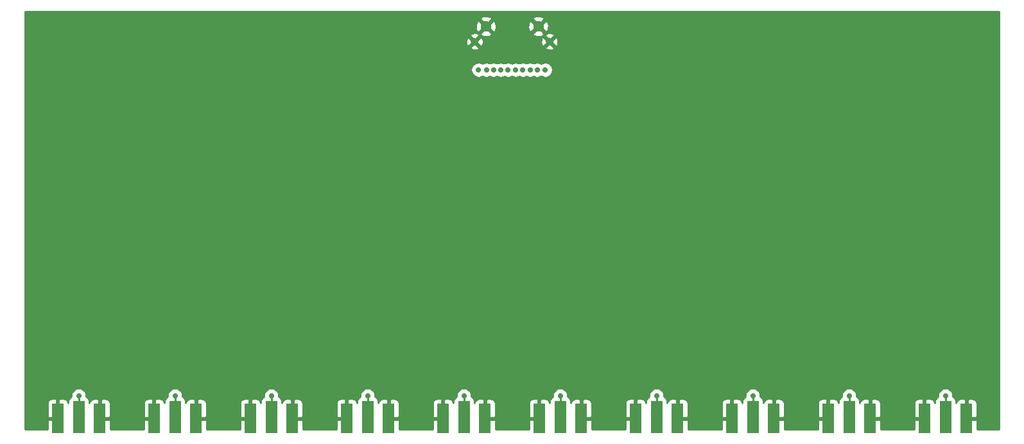
<source format=gbr>
G04 #@! TF.GenerationSoftware,KiCad,Pcbnew,(6.0.0-rc1-dev-305-gf0b8b2136)*
G04 #@! TF.CreationDate,2019-06-24T13:23:36-06:00*
G04 #@! TF.ProjectId,Station04,53746174696F6E30342E6B696361645F,rev?*
G04 #@! TF.SameCoordinates,Original*
G04 #@! TF.FileFunction,Copper,L1,Top,Signal*
G04 #@! TF.FilePolarity,Positive*
%FSLAX46Y46*%
G04 Gerber Fmt 4.6, Leading zero omitted, Abs format (unit mm)*
G04 Created by KiCad (PCBNEW (6.0.0-rc1-dev-305-gf0b8b2136)) date 06/24/19 13:23:36*
%MOMM*%
%LPD*%
G01*
G04 APERTURE LIST*
G04 #@! TA.AperFunction,SMDPad,CuDef*
%ADD10R,1.501140X3.962400*%
G04 #@! TD*
G04 #@! TA.AperFunction,SMDPad,CuDef*
%ADD11R,1.501140X4.241800*%
G04 #@! TD*
G04 #@! TA.AperFunction,ComponentPad*
%ADD12C,1.450000*%
G04 #@! TD*
G04 #@! TA.AperFunction,ComponentPad*
%ADD13C,1.000000*%
G04 #@! TD*
G04 #@! TA.AperFunction,ViaPad*
%ADD14C,0.800000*%
G04 #@! TD*
G04 #@! TA.AperFunction,ViaPad*
%ADD15C,0.711200*%
G04 #@! TD*
G04 #@! TA.AperFunction,Conductor*
%ADD16C,0.250000*%
G04 #@! TD*
G04 #@! TA.AperFunction,Conductor*
%ADD17C,0.254000*%
G04 #@! TD*
G04 APERTURE END LIST*
D10*
G04 #@! TO.P,U5,2*
G04 #@! TO.N,GND*
X81131400Y-54349100D03*
D11*
G04 #@! TO.P,U5,1*
G04 #@! TO.N,Net-(U1-Pad8)*
X83900000Y-54209400D03*
D10*
G04 #@! TO.P,U5,2*
G04 #@! TO.N,GND*
X86668600Y-54349100D03*
G04 #@! TD*
D12*
G04 #@! TO.P,U1,21*
G04 #@! TO.N,GND*
X68310000Y-2610000D03*
X61390000Y-2610000D03*
D13*
X69785000Y-4610000D03*
X59915000Y-4610000D03*
G04 #@! TD*
D10*
G04 #@! TO.P,U2,2*
G04 #@! TO.N,GND*
X119231400Y-54349100D03*
D11*
G04 #@! TO.P,U2,1*
G04 #@! TO.N,Net-(U1-Pad2)*
X122000000Y-54209400D03*
D10*
G04 #@! TO.P,U2,2*
G04 #@! TO.N,GND*
X124768600Y-54349100D03*
G04 #@! TD*
G04 #@! TO.P,U3,2*
G04 #@! TO.N,GND*
X106531400Y-54349100D03*
D11*
G04 #@! TO.P,U3,1*
G04 #@! TO.N,Net-(U1-Pad4)*
X109300000Y-54209400D03*
D10*
G04 #@! TO.P,U3,2*
G04 #@! TO.N,GND*
X112068600Y-54349100D03*
G04 #@! TD*
G04 #@! TO.P,U4,2*
G04 #@! TO.N,GND*
X93831400Y-54349100D03*
D11*
G04 #@! TO.P,U4,1*
G04 #@! TO.N,Net-(U1-Pad6)*
X96600000Y-54209400D03*
D10*
G04 #@! TO.P,U4,2*
G04 #@! TO.N,GND*
X99368600Y-54349100D03*
G04 #@! TD*
G04 #@! TO.P,U6,2*
G04 #@! TO.N,GND*
X68431400Y-54349100D03*
D11*
G04 #@! TO.P,U6,1*
G04 #@! TO.N,Net-(U1-Pad10)*
X71200000Y-54209400D03*
D10*
G04 #@! TO.P,U6,2*
G04 #@! TO.N,GND*
X73968600Y-54349100D03*
G04 #@! TD*
G04 #@! TO.P,U7,2*
G04 #@! TO.N,GND*
X55731400Y-54349100D03*
D11*
G04 #@! TO.P,U7,1*
G04 #@! TO.N,Net-(U1-Pad12)*
X58500000Y-54209400D03*
D10*
G04 #@! TO.P,U7,2*
G04 #@! TO.N,GND*
X61268600Y-54349100D03*
G04 #@! TD*
G04 #@! TO.P,U8,2*
G04 #@! TO.N,GND*
X43031400Y-54349100D03*
D11*
G04 #@! TO.P,U8,1*
G04 #@! TO.N,Net-(U1-Pad14)*
X45800000Y-54209400D03*
D10*
G04 #@! TO.P,U8,2*
G04 #@! TO.N,GND*
X48568600Y-54349100D03*
G04 #@! TD*
G04 #@! TO.P,U9,2*
G04 #@! TO.N,GND*
X30331400Y-54349100D03*
D11*
G04 #@! TO.P,U9,1*
G04 #@! TO.N,Net-(U1-Pad16)*
X33100000Y-54209400D03*
D10*
G04 #@! TO.P,U9,2*
G04 #@! TO.N,GND*
X35868600Y-54349100D03*
G04 #@! TD*
G04 #@! TO.P,U10,2*
G04 #@! TO.N,GND*
X17631400Y-54349100D03*
D11*
G04 #@! TO.P,U10,1*
G04 #@! TO.N,Net-(U1-Pad18)*
X20400000Y-54209400D03*
D10*
G04 #@! TO.P,U10,2*
G04 #@! TO.N,GND*
X23168600Y-54349100D03*
G04 #@! TD*
G04 #@! TO.P,U11,2*
G04 #@! TO.N,GND*
X4931400Y-54349100D03*
D11*
G04 #@! TO.P,U11,1*
G04 #@! TO.N,Net-(U1-Pad20)*
X7700000Y-54209400D03*
D10*
G04 #@! TO.P,U11,2*
G04 #@! TO.N,GND*
X10468600Y-54349100D03*
G04 #@! TD*
D14*
G04 #@! TO.N,GND*
X1500000Y-1500000D03*
X1500000Y-4470555D03*
X1500000Y-7441110D03*
X1500000Y-10411665D03*
X1500000Y-13382220D03*
X1500000Y-16352775D03*
X1500000Y-19323330D03*
X1500000Y-22293885D03*
X1500000Y-25264440D03*
X1500000Y-28234995D03*
X1500000Y-31205550D03*
X1500000Y-34176105D03*
X1500000Y-37146660D03*
X1500000Y-40117215D03*
X1500000Y-43087770D03*
X1500000Y-46058325D03*
X1500000Y-49028880D03*
X1500000Y-51999435D03*
X1500000Y-54970000D03*
X8500000Y-16352775D03*
X8500000Y-7441110D03*
X8500000Y-10411665D03*
X8500000Y-25264440D03*
X8500000Y-31205550D03*
X8500000Y-28234995D03*
X8500000Y-1500000D03*
X8500000Y-19323330D03*
X8500000Y-13382220D03*
X8500000Y-4470555D03*
X8500000Y-22293885D03*
X8500000Y-43087770D03*
X8500000Y-40117215D03*
X8500000Y-37146660D03*
X8500000Y-34176105D03*
X15500000Y-19323330D03*
X15500000Y-16352775D03*
X15500000Y-37146660D03*
X15500000Y-40117215D03*
X15500000Y-22293885D03*
X15500000Y-34176105D03*
X15500000Y-4470555D03*
X15500000Y-13382220D03*
X15500000Y-1500000D03*
X15500000Y-31205550D03*
X15500000Y-28234995D03*
X15500000Y-10411665D03*
X15500000Y-7441110D03*
X15500000Y-25264440D03*
X22500000Y-22293885D03*
X22500000Y-1500000D03*
X22500000Y-7441110D03*
X22500000Y-28234995D03*
X22500000Y-19323330D03*
X22500000Y-25264440D03*
X22500000Y-16352775D03*
X22500000Y-10411665D03*
X22500000Y-31205550D03*
X22500000Y-13382220D03*
X22500000Y-4470555D03*
X29500000Y-22293885D03*
X29500000Y-1500000D03*
X29500000Y-7441110D03*
X29500000Y-28234995D03*
X29500000Y-19323330D03*
X29500000Y-25264440D03*
X29500000Y-16352775D03*
X29500000Y-10411665D03*
X29500000Y-13382220D03*
X29500000Y-4470555D03*
X36500000Y-16352775D03*
X36500000Y-13382220D03*
X36500000Y-4470555D03*
X36500000Y-10411665D03*
X36500000Y-19323330D03*
X36500000Y-7441110D03*
X36500000Y-1500000D03*
X36500000Y-22293885D03*
X43500000Y-13382220D03*
X43500000Y-10411665D03*
X43500000Y-4470555D03*
X43500000Y-1500000D03*
X43500000Y-16352775D03*
X43500000Y-7441110D03*
X50500000Y-7441110D03*
X50500000Y-1500000D03*
X50500000Y-4470555D03*
X50500000Y-10411665D03*
X57500000Y-7441110D03*
X57500000Y-1500000D03*
X57500000Y-4470555D03*
X114200000Y-22293885D03*
X114200000Y-1500000D03*
X114200000Y-37146660D03*
X114200000Y-19323330D03*
X114200000Y-28234995D03*
X114200000Y-16352775D03*
X114200000Y-31205550D03*
X114200000Y-7441110D03*
X114200000Y-34176105D03*
X114200000Y-10411665D03*
X114200000Y-40117215D03*
X114200000Y-4470555D03*
X114200000Y-25264440D03*
X114200000Y-13382220D03*
X100200000Y-16352775D03*
X100200000Y-13382220D03*
X100200000Y-4470555D03*
X100200000Y-10411665D03*
X128200000Y-16352775D03*
X128200000Y-7441110D03*
X128200000Y-1500000D03*
X128200000Y-4470555D03*
X128200000Y-10411665D03*
X128200000Y-46058325D03*
X128200000Y-19323330D03*
X128200000Y-13382220D03*
X128200000Y-28234995D03*
X128200000Y-22293885D03*
X128200000Y-31205550D03*
X128200000Y-34176105D03*
X128200000Y-43087770D03*
X128200000Y-25264440D03*
X128200000Y-37146660D03*
X128200000Y-54970000D03*
X128200000Y-40117215D03*
X128200000Y-49028880D03*
X128200000Y-51999435D03*
X100200000Y-25264440D03*
X100200000Y-19323330D03*
X100200000Y-7441110D03*
X100200000Y-1500000D03*
X100200000Y-28234995D03*
X100200000Y-22293885D03*
X121200000Y-19323330D03*
X121200000Y-16352775D03*
X121200000Y-37146660D03*
X121200000Y-40117215D03*
X121200000Y-43087770D03*
X121200000Y-22293885D03*
X121200000Y-34176105D03*
X121200000Y-4470555D03*
X121200000Y-13382220D03*
X121200000Y-1500000D03*
X121200000Y-31205550D03*
X121200000Y-28234995D03*
X121200000Y-10411665D03*
X121200000Y-7441110D03*
X121200000Y-25264440D03*
X107200000Y-25264440D03*
X107200000Y-13382220D03*
X107200000Y-22293885D03*
X107200000Y-16352775D03*
X107200000Y-31205550D03*
X107200000Y-1500000D03*
X107200000Y-7441110D03*
X107200000Y-4470555D03*
X107200000Y-28234995D03*
X107200000Y-10411665D03*
X107200000Y-19323330D03*
X72200000Y-4470555D03*
X79200000Y-7441110D03*
X86200000Y-7441110D03*
X86200000Y-16352775D03*
X86200000Y-1500000D03*
X93200000Y-13382220D03*
X86200000Y-4470555D03*
X86200000Y-10411665D03*
X79200000Y-1500000D03*
X93200000Y-4470555D03*
X93200000Y-10411665D03*
X93200000Y-19323330D03*
X93200000Y-7441110D03*
X93200000Y-22293885D03*
X93200000Y-1500000D03*
X93200000Y-16352775D03*
X72200000Y-1500000D03*
X79200000Y-10411665D03*
X72200000Y-7441110D03*
X79200000Y-4470555D03*
X86200000Y-13382220D03*
D15*
X53390640Y-25689300D03*
X82039040Y-25689300D03*
X76309360Y-25689300D03*
X47660960Y-25689300D03*
X87768720Y-25689300D03*
X36201600Y-25689300D03*
X93498400Y-25689300D03*
X70579680Y-25689300D03*
X64850000Y-25689300D03*
X41931280Y-25689300D03*
X59120320Y-25689300D03*
X51590640Y-28889700D03*
X84739040Y-28889700D03*
X78109360Y-28889700D03*
X44960960Y-28889700D03*
X91368720Y-28889700D03*
X31701600Y-28889700D03*
X97998400Y-28889700D03*
X71479680Y-28889700D03*
X64850000Y-28889700D03*
X38331280Y-28889700D03*
X58220320Y-28889700D03*
X49883020Y-31963100D03*
X87268720Y-31963100D03*
X79791580Y-31963100D03*
X42405880Y-31963100D03*
X94745860Y-31963100D03*
X27451600Y-31963100D03*
X102248400Y-31963100D03*
X72314440Y-31963100D03*
X64837300Y-31963100D03*
X34928740Y-31963100D03*
X57360160Y-31963100D03*
X48183020Y-35138100D03*
X89818720Y-35138100D03*
X81491580Y-35138100D03*
X39855880Y-35138100D03*
X98145860Y-35138100D03*
X23201600Y-35138100D03*
X106498400Y-35138100D03*
X73164440Y-35138100D03*
X64837300Y-35138100D03*
X31528740Y-35138100D03*
X56510160Y-35138100D03*
X46283020Y-38617900D03*
X92668720Y-38617900D03*
X83391580Y-38617900D03*
X37005880Y-38617900D03*
X101945860Y-38617900D03*
X18451600Y-38617900D03*
X111248400Y-38617900D03*
X74114440Y-38617900D03*
X64837300Y-38617900D03*
X27728740Y-38617900D03*
X55560160Y-38617900D03*
X44383020Y-42097700D03*
X95518720Y-42097700D03*
X85291580Y-42097700D03*
X34155880Y-42097700D03*
X105745860Y-42097700D03*
X13701600Y-42097700D03*
X115998400Y-42097700D03*
X75064440Y-42097700D03*
X64837300Y-42097700D03*
X23928740Y-42097700D03*
X54610160Y-42097700D03*
X42583020Y-45526700D03*
X98218720Y-45526700D03*
X87091580Y-45526700D03*
X31455880Y-45526700D03*
X109345860Y-45526700D03*
X9201600Y-45526700D03*
X120498400Y-45526700D03*
X75964440Y-45526700D03*
X64837300Y-45526700D03*
X20328740Y-45526700D03*
X53710160Y-45526700D03*
X40783020Y-48879500D03*
X100918720Y-48879500D03*
X88891580Y-48879500D03*
X28755880Y-48879500D03*
X112945860Y-48879500D03*
X4701600Y-48879500D03*
X124998400Y-48879500D03*
X76864440Y-48879500D03*
X64837300Y-48879500D03*
X16728740Y-48879500D03*
X52810160Y-48879500D03*
X74839040Y-16907250D03*
X58190640Y-16907250D03*
X71509360Y-16907250D03*
X54860960Y-16907250D03*
X78168720Y-16907250D03*
X48201600Y-16907250D03*
X81498400Y-16907250D03*
X68179680Y-16907250D03*
X64850000Y-16907250D03*
X51531280Y-16907250D03*
X61520320Y-16907250D03*
X72289040Y-13833850D03*
X59890640Y-13833850D03*
X69809360Y-13833850D03*
X57410960Y-13833850D03*
X74618720Y-13833850D03*
X52020000Y-13833850D03*
X77248400Y-13833850D03*
X67329680Y-13833850D03*
X64850000Y-13833850D03*
X55081280Y-13833850D03*
X62370320Y-13833850D03*
X79639040Y-22895300D03*
X59920320Y-22895300D03*
X45131280Y-22895300D03*
X64850000Y-22895300D03*
X69779680Y-22895300D03*
X89498400Y-22895300D03*
X40201600Y-22895300D03*
X84568720Y-22895300D03*
X50060960Y-22895300D03*
X74709360Y-22895300D03*
X54990640Y-22895300D03*
X77239040Y-19980650D03*
X60720320Y-19980650D03*
X48331280Y-19980650D03*
X64850000Y-19980650D03*
X68979680Y-19980650D03*
X85498400Y-19980650D03*
X44201600Y-19980650D03*
X81368720Y-19980650D03*
X52460960Y-19980650D03*
X73109360Y-19980650D03*
X56590640Y-19980650D03*
G04 #@! TO.N,Net-(U1-Pad20)*
X60410000Y-8350000D03*
X7700000Y-51350000D03*
G04 #@! TO.N,Net-(U1-Pad18)*
X20400000Y-51350000D03*
X61460000Y-8350000D03*
G04 #@! TO.N,Net-(U1-Pad16)*
X33100000Y-51350000D03*
X62410000Y-8350000D03*
G04 #@! TO.N,Net-(U1-Pad14)*
X45800000Y-51350000D03*
X63360000Y-8350000D03*
G04 #@! TO.N,Net-(U1-Pad12)*
X58500000Y-51350000D03*
X64310000Y-8350000D03*
G04 #@! TO.N,Net-(U1-Pad10)*
X71200000Y-51350000D03*
X65310000Y-8350000D03*
G04 #@! TO.N,Net-(U1-Pad8)*
X83900000Y-51350000D03*
X66260000Y-8350000D03*
G04 #@! TO.N,Net-(U1-Pad6)*
X96600000Y-51350000D03*
X67210000Y-8350000D03*
G04 #@! TO.N,Net-(U1-Pad4)*
X109300000Y-51350000D03*
X68160000Y-8350000D03*
G04 #@! TO.N,Net-(U1-Pad2)*
X122000000Y-51350000D03*
X69210000Y-8350000D03*
G04 #@! TD*
D16*
G04 #@! TO.N,Net-(U1-Pad20)*
X7700000Y-51852894D02*
X7700000Y-54209400D01*
X7700000Y-51350000D02*
X7700000Y-51852894D01*
G04 #@! TO.N,Net-(U1-Pad18)*
X20400000Y-51852894D02*
X20400000Y-54209400D01*
X20400000Y-51350000D02*
X20400000Y-51852894D01*
G04 #@! TO.N,Net-(U1-Pad16)*
X33100000Y-51350000D02*
X33100000Y-54209400D01*
G04 #@! TO.N,Net-(U1-Pad14)*
X45800000Y-51852894D02*
X45800000Y-54209400D01*
X45800000Y-51350000D02*
X45800000Y-51852894D01*
G04 #@! TO.N,Net-(U1-Pad12)*
X58500000Y-51350000D02*
X58500000Y-54209400D01*
G04 #@! TO.N,Net-(U1-Pad10)*
X71200000Y-51852894D02*
X71200000Y-54209400D01*
X71200000Y-51350000D02*
X71200000Y-51852894D01*
G04 #@! TO.N,Net-(U1-Pad8)*
X83900000Y-51350000D02*
X83900000Y-54209400D01*
G04 #@! TO.N,Net-(U1-Pad6)*
X96600000Y-51350000D02*
X96600000Y-54209400D01*
G04 #@! TO.N,Net-(U1-Pad4)*
X109300000Y-51350000D02*
X109300000Y-54209400D01*
G04 #@! TO.N,Net-(U1-Pad2)*
X122000000Y-51350000D02*
X122000000Y-54209400D01*
G04 #@! TD*
D17*
G04 #@! TO.N,GND*
G36*
X129040000Y-55810000D02*
X126154170Y-55810000D01*
X126154170Y-54634850D01*
X125995420Y-54476100D01*
X124895600Y-54476100D01*
X124895600Y-54496100D01*
X124641600Y-54496100D01*
X124641600Y-54476100D01*
X124621600Y-54476100D01*
X124621600Y-54222100D01*
X124641600Y-54222100D01*
X124641600Y-51891650D01*
X124895600Y-51891650D01*
X124895600Y-54222100D01*
X125995420Y-54222100D01*
X126154170Y-54063350D01*
X126154170Y-52305358D01*
X126129767Y-52182677D01*
X126081900Y-52067115D01*
X126012407Y-51963111D01*
X125923959Y-51874663D01*
X125819955Y-51805170D01*
X125704393Y-51757303D01*
X125581712Y-51732900D01*
X125054350Y-51732900D01*
X124895600Y-51891650D01*
X124641600Y-51891650D01*
X124482850Y-51732900D01*
X123955488Y-51732900D01*
X123832807Y-51757303D01*
X123717245Y-51805170D01*
X123613241Y-51874663D01*
X123524793Y-51963111D01*
X123455300Y-52067115D01*
X123407433Y-52182677D01*
X123388642Y-52277145D01*
X123388642Y-52088500D01*
X123376382Y-51964018D01*
X123340072Y-51844320D01*
X123281107Y-51734006D01*
X123201755Y-51637315D01*
X123105064Y-51557963D01*
X122994750Y-51498998D01*
X122981188Y-51494884D01*
X122990600Y-51447566D01*
X122990600Y-51252434D01*
X122952532Y-51061053D01*
X122877858Y-50880775D01*
X122769449Y-50718529D01*
X122631471Y-50580551D01*
X122469225Y-50472142D01*
X122288947Y-50397468D01*
X122097566Y-50359400D01*
X121902434Y-50359400D01*
X121711053Y-50397468D01*
X121530775Y-50472142D01*
X121368529Y-50580551D01*
X121230551Y-50718529D01*
X121122142Y-50880775D01*
X121047468Y-51061053D01*
X121009400Y-51252434D01*
X121009400Y-51447566D01*
X121018812Y-51494884D01*
X121005250Y-51498998D01*
X120894936Y-51557963D01*
X120798245Y-51637315D01*
X120718893Y-51734006D01*
X120659928Y-51844320D01*
X120623618Y-51964018D01*
X120611358Y-52088500D01*
X120611358Y-52277145D01*
X120592567Y-52182677D01*
X120544700Y-52067115D01*
X120475207Y-51963111D01*
X120386759Y-51874663D01*
X120282755Y-51805170D01*
X120167193Y-51757303D01*
X120044512Y-51732900D01*
X119517150Y-51732900D01*
X119358400Y-51891650D01*
X119358400Y-54222100D01*
X119378400Y-54222100D01*
X119378400Y-54476100D01*
X119358400Y-54476100D01*
X119358400Y-54496100D01*
X119104400Y-54496100D01*
X119104400Y-54476100D01*
X118004580Y-54476100D01*
X117845830Y-54634850D01*
X117845830Y-55810000D01*
X113454170Y-55810000D01*
X113454170Y-54634850D01*
X113295420Y-54476100D01*
X112195600Y-54476100D01*
X112195600Y-54496100D01*
X111941600Y-54496100D01*
X111941600Y-54476100D01*
X111921600Y-54476100D01*
X111921600Y-54222100D01*
X111941600Y-54222100D01*
X111941600Y-51891650D01*
X112195600Y-51891650D01*
X112195600Y-54222100D01*
X113295420Y-54222100D01*
X113454170Y-54063350D01*
X113454170Y-52305358D01*
X117845830Y-52305358D01*
X117845830Y-54063350D01*
X118004580Y-54222100D01*
X119104400Y-54222100D01*
X119104400Y-51891650D01*
X118945650Y-51732900D01*
X118418288Y-51732900D01*
X118295607Y-51757303D01*
X118180045Y-51805170D01*
X118076041Y-51874663D01*
X117987593Y-51963111D01*
X117918100Y-52067115D01*
X117870233Y-52182677D01*
X117845830Y-52305358D01*
X113454170Y-52305358D01*
X113429767Y-52182677D01*
X113381900Y-52067115D01*
X113312407Y-51963111D01*
X113223959Y-51874663D01*
X113119955Y-51805170D01*
X113004393Y-51757303D01*
X112881712Y-51732900D01*
X112354350Y-51732900D01*
X112195600Y-51891650D01*
X111941600Y-51891650D01*
X111782850Y-51732900D01*
X111255488Y-51732900D01*
X111132807Y-51757303D01*
X111017245Y-51805170D01*
X110913241Y-51874663D01*
X110824793Y-51963111D01*
X110755300Y-52067115D01*
X110707433Y-52182677D01*
X110688642Y-52277145D01*
X110688642Y-52088500D01*
X110676382Y-51964018D01*
X110640072Y-51844320D01*
X110581107Y-51734006D01*
X110501755Y-51637315D01*
X110405064Y-51557963D01*
X110294750Y-51498998D01*
X110281188Y-51494884D01*
X110290600Y-51447566D01*
X110290600Y-51252434D01*
X110252532Y-51061053D01*
X110177858Y-50880775D01*
X110069449Y-50718529D01*
X109931471Y-50580551D01*
X109769225Y-50472142D01*
X109588947Y-50397468D01*
X109397566Y-50359400D01*
X109202434Y-50359400D01*
X109011053Y-50397468D01*
X108830775Y-50472142D01*
X108668529Y-50580551D01*
X108530551Y-50718529D01*
X108422142Y-50880775D01*
X108347468Y-51061053D01*
X108309400Y-51252434D01*
X108309400Y-51447566D01*
X108318812Y-51494884D01*
X108305250Y-51498998D01*
X108194936Y-51557963D01*
X108098245Y-51637315D01*
X108018893Y-51734006D01*
X107959928Y-51844320D01*
X107923618Y-51964018D01*
X107911358Y-52088500D01*
X107911358Y-52277145D01*
X107892567Y-52182677D01*
X107844700Y-52067115D01*
X107775207Y-51963111D01*
X107686759Y-51874663D01*
X107582755Y-51805170D01*
X107467193Y-51757303D01*
X107344512Y-51732900D01*
X106817150Y-51732900D01*
X106658400Y-51891650D01*
X106658400Y-54222100D01*
X106678400Y-54222100D01*
X106678400Y-54476100D01*
X106658400Y-54476100D01*
X106658400Y-54496100D01*
X106404400Y-54496100D01*
X106404400Y-54476100D01*
X105304580Y-54476100D01*
X105145830Y-54634850D01*
X105145830Y-55810000D01*
X100754170Y-55810000D01*
X100754170Y-54634850D01*
X100595420Y-54476100D01*
X99495600Y-54476100D01*
X99495600Y-54496100D01*
X99241600Y-54496100D01*
X99241600Y-54476100D01*
X99221600Y-54476100D01*
X99221600Y-54222100D01*
X99241600Y-54222100D01*
X99241600Y-51891650D01*
X99495600Y-51891650D01*
X99495600Y-54222100D01*
X100595420Y-54222100D01*
X100754170Y-54063350D01*
X100754170Y-52305358D01*
X105145830Y-52305358D01*
X105145830Y-54063350D01*
X105304580Y-54222100D01*
X106404400Y-54222100D01*
X106404400Y-51891650D01*
X106245650Y-51732900D01*
X105718288Y-51732900D01*
X105595607Y-51757303D01*
X105480045Y-51805170D01*
X105376041Y-51874663D01*
X105287593Y-51963111D01*
X105218100Y-52067115D01*
X105170233Y-52182677D01*
X105145830Y-52305358D01*
X100754170Y-52305358D01*
X100729767Y-52182677D01*
X100681900Y-52067115D01*
X100612407Y-51963111D01*
X100523959Y-51874663D01*
X100419955Y-51805170D01*
X100304393Y-51757303D01*
X100181712Y-51732900D01*
X99654350Y-51732900D01*
X99495600Y-51891650D01*
X99241600Y-51891650D01*
X99082850Y-51732900D01*
X98555488Y-51732900D01*
X98432807Y-51757303D01*
X98317245Y-51805170D01*
X98213241Y-51874663D01*
X98124793Y-51963111D01*
X98055300Y-52067115D01*
X98007433Y-52182677D01*
X97988642Y-52277145D01*
X97988642Y-52088500D01*
X97976382Y-51964018D01*
X97940072Y-51844320D01*
X97881107Y-51734006D01*
X97801755Y-51637315D01*
X97705064Y-51557963D01*
X97594750Y-51498998D01*
X97581188Y-51494884D01*
X97590600Y-51447566D01*
X97590600Y-51252434D01*
X97552532Y-51061053D01*
X97477858Y-50880775D01*
X97369449Y-50718529D01*
X97231471Y-50580551D01*
X97069225Y-50472142D01*
X96888947Y-50397468D01*
X96697566Y-50359400D01*
X96502434Y-50359400D01*
X96311053Y-50397468D01*
X96130775Y-50472142D01*
X95968529Y-50580551D01*
X95830551Y-50718529D01*
X95722142Y-50880775D01*
X95647468Y-51061053D01*
X95609400Y-51252434D01*
X95609400Y-51447566D01*
X95618812Y-51494884D01*
X95605250Y-51498998D01*
X95494936Y-51557963D01*
X95398245Y-51637315D01*
X95318893Y-51734006D01*
X95259928Y-51844320D01*
X95223618Y-51964018D01*
X95211358Y-52088500D01*
X95211358Y-52277145D01*
X95192567Y-52182677D01*
X95144700Y-52067115D01*
X95075207Y-51963111D01*
X94986759Y-51874663D01*
X94882755Y-51805170D01*
X94767193Y-51757303D01*
X94644512Y-51732900D01*
X94117150Y-51732900D01*
X93958400Y-51891650D01*
X93958400Y-54222100D01*
X93978400Y-54222100D01*
X93978400Y-54476100D01*
X93958400Y-54476100D01*
X93958400Y-54496100D01*
X93704400Y-54496100D01*
X93704400Y-54476100D01*
X92604580Y-54476100D01*
X92445830Y-54634850D01*
X92445830Y-55810000D01*
X88054170Y-55810000D01*
X88054170Y-54634850D01*
X87895420Y-54476100D01*
X86795600Y-54476100D01*
X86795600Y-54496100D01*
X86541600Y-54496100D01*
X86541600Y-54476100D01*
X86521600Y-54476100D01*
X86521600Y-54222100D01*
X86541600Y-54222100D01*
X86541600Y-51891650D01*
X86795600Y-51891650D01*
X86795600Y-54222100D01*
X87895420Y-54222100D01*
X88054170Y-54063350D01*
X88054170Y-52305358D01*
X92445830Y-52305358D01*
X92445830Y-54063350D01*
X92604580Y-54222100D01*
X93704400Y-54222100D01*
X93704400Y-51891650D01*
X93545650Y-51732900D01*
X93018288Y-51732900D01*
X92895607Y-51757303D01*
X92780045Y-51805170D01*
X92676041Y-51874663D01*
X92587593Y-51963111D01*
X92518100Y-52067115D01*
X92470233Y-52182677D01*
X92445830Y-52305358D01*
X88054170Y-52305358D01*
X88029767Y-52182677D01*
X87981900Y-52067115D01*
X87912407Y-51963111D01*
X87823959Y-51874663D01*
X87719955Y-51805170D01*
X87604393Y-51757303D01*
X87481712Y-51732900D01*
X86954350Y-51732900D01*
X86795600Y-51891650D01*
X86541600Y-51891650D01*
X86382850Y-51732900D01*
X85855488Y-51732900D01*
X85732807Y-51757303D01*
X85617245Y-51805170D01*
X85513241Y-51874663D01*
X85424793Y-51963111D01*
X85355300Y-52067115D01*
X85307433Y-52182677D01*
X85288642Y-52277145D01*
X85288642Y-52088500D01*
X85276382Y-51964018D01*
X85240072Y-51844320D01*
X85181107Y-51734006D01*
X85101755Y-51637315D01*
X85005064Y-51557963D01*
X84894750Y-51498998D01*
X84881188Y-51494884D01*
X84890600Y-51447566D01*
X84890600Y-51252434D01*
X84852532Y-51061053D01*
X84777858Y-50880775D01*
X84669449Y-50718529D01*
X84531471Y-50580551D01*
X84369225Y-50472142D01*
X84188947Y-50397468D01*
X83997566Y-50359400D01*
X83802434Y-50359400D01*
X83611053Y-50397468D01*
X83430775Y-50472142D01*
X83268529Y-50580551D01*
X83130551Y-50718529D01*
X83022142Y-50880775D01*
X82947468Y-51061053D01*
X82909400Y-51252434D01*
X82909400Y-51447566D01*
X82918812Y-51494884D01*
X82905250Y-51498998D01*
X82794936Y-51557963D01*
X82698245Y-51637315D01*
X82618893Y-51734006D01*
X82559928Y-51844320D01*
X82523618Y-51964018D01*
X82511358Y-52088500D01*
X82511358Y-52277145D01*
X82492567Y-52182677D01*
X82444700Y-52067115D01*
X82375207Y-51963111D01*
X82286759Y-51874663D01*
X82182755Y-51805170D01*
X82067193Y-51757303D01*
X81944512Y-51732900D01*
X81417150Y-51732900D01*
X81258400Y-51891650D01*
X81258400Y-54222100D01*
X81278400Y-54222100D01*
X81278400Y-54476100D01*
X81258400Y-54476100D01*
X81258400Y-54496100D01*
X81004400Y-54496100D01*
X81004400Y-54476100D01*
X79904580Y-54476100D01*
X79745830Y-54634850D01*
X79745830Y-55810000D01*
X75354170Y-55810000D01*
X75354170Y-54634850D01*
X75195420Y-54476100D01*
X74095600Y-54476100D01*
X74095600Y-54496100D01*
X73841600Y-54496100D01*
X73841600Y-54476100D01*
X73821600Y-54476100D01*
X73821600Y-54222100D01*
X73841600Y-54222100D01*
X73841600Y-51891650D01*
X74095600Y-51891650D01*
X74095600Y-54222100D01*
X75195420Y-54222100D01*
X75354170Y-54063350D01*
X75354170Y-52305358D01*
X79745830Y-52305358D01*
X79745830Y-54063350D01*
X79904580Y-54222100D01*
X81004400Y-54222100D01*
X81004400Y-51891650D01*
X80845650Y-51732900D01*
X80318288Y-51732900D01*
X80195607Y-51757303D01*
X80080045Y-51805170D01*
X79976041Y-51874663D01*
X79887593Y-51963111D01*
X79818100Y-52067115D01*
X79770233Y-52182677D01*
X79745830Y-52305358D01*
X75354170Y-52305358D01*
X75329767Y-52182677D01*
X75281900Y-52067115D01*
X75212407Y-51963111D01*
X75123959Y-51874663D01*
X75019955Y-51805170D01*
X74904393Y-51757303D01*
X74781712Y-51732900D01*
X74254350Y-51732900D01*
X74095600Y-51891650D01*
X73841600Y-51891650D01*
X73682850Y-51732900D01*
X73155488Y-51732900D01*
X73032807Y-51757303D01*
X72917245Y-51805170D01*
X72813241Y-51874663D01*
X72724793Y-51963111D01*
X72655300Y-52067115D01*
X72607433Y-52182677D01*
X72588642Y-52277145D01*
X72588642Y-52088500D01*
X72576382Y-51964018D01*
X72540072Y-51844320D01*
X72481107Y-51734006D01*
X72401755Y-51637315D01*
X72305064Y-51557963D01*
X72194750Y-51498998D01*
X72181188Y-51494884D01*
X72190600Y-51447566D01*
X72190600Y-51252434D01*
X72152532Y-51061053D01*
X72077858Y-50880775D01*
X71969449Y-50718529D01*
X71831471Y-50580551D01*
X71669225Y-50472142D01*
X71488947Y-50397468D01*
X71297566Y-50359400D01*
X71102434Y-50359400D01*
X70911053Y-50397468D01*
X70730775Y-50472142D01*
X70568529Y-50580551D01*
X70430551Y-50718529D01*
X70322142Y-50880775D01*
X70247468Y-51061053D01*
X70209400Y-51252434D01*
X70209400Y-51447566D01*
X70218812Y-51494884D01*
X70205250Y-51498998D01*
X70094936Y-51557963D01*
X69998245Y-51637315D01*
X69918893Y-51734006D01*
X69859928Y-51844320D01*
X69823618Y-51964018D01*
X69811358Y-52088500D01*
X69811358Y-52277145D01*
X69792567Y-52182677D01*
X69744700Y-52067115D01*
X69675207Y-51963111D01*
X69586759Y-51874663D01*
X69482755Y-51805170D01*
X69367193Y-51757303D01*
X69244512Y-51732900D01*
X68717150Y-51732900D01*
X68558400Y-51891650D01*
X68558400Y-54222100D01*
X68578400Y-54222100D01*
X68578400Y-54476100D01*
X68558400Y-54476100D01*
X68558400Y-54496100D01*
X68304400Y-54496100D01*
X68304400Y-54476100D01*
X67204580Y-54476100D01*
X67045830Y-54634850D01*
X67045830Y-55810000D01*
X62654170Y-55810000D01*
X62654170Y-54634850D01*
X62495420Y-54476100D01*
X61395600Y-54476100D01*
X61395600Y-54496100D01*
X61141600Y-54496100D01*
X61141600Y-54476100D01*
X61121600Y-54476100D01*
X61121600Y-54222100D01*
X61141600Y-54222100D01*
X61141600Y-51891650D01*
X61395600Y-51891650D01*
X61395600Y-54222100D01*
X62495420Y-54222100D01*
X62654170Y-54063350D01*
X62654170Y-52305358D01*
X67045830Y-52305358D01*
X67045830Y-54063350D01*
X67204580Y-54222100D01*
X68304400Y-54222100D01*
X68304400Y-51891650D01*
X68145650Y-51732900D01*
X67618288Y-51732900D01*
X67495607Y-51757303D01*
X67380045Y-51805170D01*
X67276041Y-51874663D01*
X67187593Y-51963111D01*
X67118100Y-52067115D01*
X67070233Y-52182677D01*
X67045830Y-52305358D01*
X62654170Y-52305358D01*
X62629767Y-52182677D01*
X62581900Y-52067115D01*
X62512407Y-51963111D01*
X62423959Y-51874663D01*
X62319955Y-51805170D01*
X62204393Y-51757303D01*
X62081712Y-51732900D01*
X61554350Y-51732900D01*
X61395600Y-51891650D01*
X61141600Y-51891650D01*
X60982850Y-51732900D01*
X60455488Y-51732900D01*
X60332807Y-51757303D01*
X60217245Y-51805170D01*
X60113241Y-51874663D01*
X60024793Y-51963111D01*
X59955300Y-52067115D01*
X59907433Y-52182677D01*
X59888642Y-52277145D01*
X59888642Y-52088500D01*
X59876382Y-51964018D01*
X59840072Y-51844320D01*
X59781107Y-51734006D01*
X59701755Y-51637315D01*
X59605064Y-51557963D01*
X59494750Y-51498998D01*
X59481188Y-51494884D01*
X59490600Y-51447566D01*
X59490600Y-51252434D01*
X59452532Y-51061053D01*
X59377858Y-50880775D01*
X59269449Y-50718529D01*
X59131471Y-50580551D01*
X58969225Y-50472142D01*
X58788947Y-50397468D01*
X58597566Y-50359400D01*
X58402434Y-50359400D01*
X58211053Y-50397468D01*
X58030775Y-50472142D01*
X57868529Y-50580551D01*
X57730551Y-50718529D01*
X57622142Y-50880775D01*
X57547468Y-51061053D01*
X57509400Y-51252434D01*
X57509400Y-51447566D01*
X57518812Y-51494884D01*
X57505250Y-51498998D01*
X57394936Y-51557963D01*
X57298245Y-51637315D01*
X57218893Y-51734006D01*
X57159928Y-51844320D01*
X57123618Y-51964018D01*
X57111358Y-52088500D01*
X57111358Y-52277145D01*
X57092567Y-52182677D01*
X57044700Y-52067115D01*
X56975207Y-51963111D01*
X56886759Y-51874663D01*
X56782755Y-51805170D01*
X56667193Y-51757303D01*
X56544512Y-51732900D01*
X56017150Y-51732900D01*
X55858400Y-51891650D01*
X55858400Y-54222100D01*
X55878400Y-54222100D01*
X55878400Y-54476100D01*
X55858400Y-54476100D01*
X55858400Y-54496100D01*
X55604400Y-54496100D01*
X55604400Y-54476100D01*
X54504580Y-54476100D01*
X54345830Y-54634850D01*
X54345830Y-55810000D01*
X49954170Y-55810000D01*
X49954170Y-54634850D01*
X49795420Y-54476100D01*
X48695600Y-54476100D01*
X48695600Y-54496100D01*
X48441600Y-54496100D01*
X48441600Y-54476100D01*
X48421600Y-54476100D01*
X48421600Y-54222100D01*
X48441600Y-54222100D01*
X48441600Y-51891650D01*
X48695600Y-51891650D01*
X48695600Y-54222100D01*
X49795420Y-54222100D01*
X49954170Y-54063350D01*
X49954170Y-52305358D01*
X54345830Y-52305358D01*
X54345830Y-54063350D01*
X54504580Y-54222100D01*
X55604400Y-54222100D01*
X55604400Y-51891650D01*
X55445650Y-51732900D01*
X54918288Y-51732900D01*
X54795607Y-51757303D01*
X54680045Y-51805170D01*
X54576041Y-51874663D01*
X54487593Y-51963111D01*
X54418100Y-52067115D01*
X54370233Y-52182677D01*
X54345830Y-52305358D01*
X49954170Y-52305358D01*
X49929767Y-52182677D01*
X49881900Y-52067115D01*
X49812407Y-51963111D01*
X49723959Y-51874663D01*
X49619955Y-51805170D01*
X49504393Y-51757303D01*
X49381712Y-51732900D01*
X48854350Y-51732900D01*
X48695600Y-51891650D01*
X48441600Y-51891650D01*
X48282850Y-51732900D01*
X47755488Y-51732900D01*
X47632807Y-51757303D01*
X47517245Y-51805170D01*
X47413241Y-51874663D01*
X47324793Y-51963111D01*
X47255300Y-52067115D01*
X47207433Y-52182677D01*
X47188642Y-52277145D01*
X47188642Y-52088500D01*
X47176382Y-51964018D01*
X47140072Y-51844320D01*
X47081107Y-51734006D01*
X47001755Y-51637315D01*
X46905064Y-51557963D01*
X46794750Y-51498998D01*
X46781188Y-51494884D01*
X46790600Y-51447566D01*
X46790600Y-51252434D01*
X46752532Y-51061053D01*
X46677858Y-50880775D01*
X46569449Y-50718529D01*
X46431471Y-50580551D01*
X46269225Y-50472142D01*
X46088947Y-50397468D01*
X45897566Y-50359400D01*
X45702434Y-50359400D01*
X45511053Y-50397468D01*
X45330775Y-50472142D01*
X45168529Y-50580551D01*
X45030551Y-50718529D01*
X44922142Y-50880775D01*
X44847468Y-51061053D01*
X44809400Y-51252434D01*
X44809400Y-51447566D01*
X44818812Y-51494884D01*
X44805250Y-51498998D01*
X44694936Y-51557963D01*
X44598245Y-51637315D01*
X44518893Y-51734006D01*
X44459928Y-51844320D01*
X44423618Y-51964018D01*
X44411358Y-52088500D01*
X44411358Y-52277145D01*
X44392567Y-52182677D01*
X44344700Y-52067115D01*
X44275207Y-51963111D01*
X44186759Y-51874663D01*
X44082755Y-51805170D01*
X43967193Y-51757303D01*
X43844512Y-51732900D01*
X43317150Y-51732900D01*
X43158400Y-51891650D01*
X43158400Y-54222100D01*
X43178400Y-54222100D01*
X43178400Y-54476100D01*
X43158400Y-54476100D01*
X43158400Y-54496100D01*
X42904400Y-54496100D01*
X42904400Y-54476100D01*
X41804580Y-54476100D01*
X41645830Y-54634850D01*
X41645830Y-55810000D01*
X37254170Y-55810000D01*
X37254170Y-54634850D01*
X37095420Y-54476100D01*
X35995600Y-54476100D01*
X35995600Y-54496100D01*
X35741600Y-54496100D01*
X35741600Y-54476100D01*
X35721600Y-54476100D01*
X35721600Y-54222100D01*
X35741600Y-54222100D01*
X35741600Y-51891650D01*
X35995600Y-51891650D01*
X35995600Y-54222100D01*
X37095420Y-54222100D01*
X37254170Y-54063350D01*
X37254170Y-52305358D01*
X41645830Y-52305358D01*
X41645830Y-54063350D01*
X41804580Y-54222100D01*
X42904400Y-54222100D01*
X42904400Y-51891650D01*
X42745650Y-51732900D01*
X42218288Y-51732900D01*
X42095607Y-51757303D01*
X41980045Y-51805170D01*
X41876041Y-51874663D01*
X41787593Y-51963111D01*
X41718100Y-52067115D01*
X41670233Y-52182677D01*
X41645830Y-52305358D01*
X37254170Y-52305358D01*
X37229767Y-52182677D01*
X37181900Y-52067115D01*
X37112407Y-51963111D01*
X37023959Y-51874663D01*
X36919955Y-51805170D01*
X36804393Y-51757303D01*
X36681712Y-51732900D01*
X36154350Y-51732900D01*
X35995600Y-51891650D01*
X35741600Y-51891650D01*
X35582850Y-51732900D01*
X35055488Y-51732900D01*
X34932807Y-51757303D01*
X34817245Y-51805170D01*
X34713241Y-51874663D01*
X34624793Y-51963111D01*
X34555300Y-52067115D01*
X34507433Y-52182677D01*
X34488642Y-52277145D01*
X34488642Y-52088500D01*
X34476382Y-51964018D01*
X34440072Y-51844320D01*
X34381107Y-51734006D01*
X34301755Y-51637315D01*
X34205064Y-51557963D01*
X34094750Y-51498998D01*
X34081188Y-51494884D01*
X34090600Y-51447566D01*
X34090600Y-51252434D01*
X34052532Y-51061053D01*
X33977858Y-50880775D01*
X33869449Y-50718529D01*
X33731471Y-50580551D01*
X33569225Y-50472142D01*
X33388947Y-50397468D01*
X33197566Y-50359400D01*
X33002434Y-50359400D01*
X32811053Y-50397468D01*
X32630775Y-50472142D01*
X32468529Y-50580551D01*
X32330551Y-50718529D01*
X32222142Y-50880775D01*
X32147468Y-51061053D01*
X32109400Y-51252434D01*
X32109400Y-51447566D01*
X32118812Y-51494884D01*
X32105250Y-51498998D01*
X31994936Y-51557963D01*
X31898245Y-51637315D01*
X31818893Y-51734006D01*
X31759928Y-51844320D01*
X31723618Y-51964018D01*
X31711358Y-52088500D01*
X31711358Y-52277145D01*
X31692567Y-52182677D01*
X31644700Y-52067115D01*
X31575207Y-51963111D01*
X31486759Y-51874663D01*
X31382755Y-51805170D01*
X31267193Y-51757303D01*
X31144512Y-51732900D01*
X30617150Y-51732900D01*
X30458400Y-51891650D01*
X30458400Y-54222100D01*
X30478400Y-54222100D01*
X30478400Y-54476100D01*
X30458400Y-54476100D01*
X30458400Y-54496100D01*
X30204400Y-54496100D01*
X30204400Y-54476100D01*
X29104580Y-54476100D01*
X28945830Y-54634850D01*
X28945830Y-55810000D01*
X24554170Y-55810000D01*
X24554170Y-54634850D01*
X24395420Y-54476100D01*
X23295600Y-54476100D01*
X23295600Y-54496100D01*
X23041600Y-54496100D01*
X23041600Y-54476100D01*
X23021600Y-54476100D01*
X23021600Y-54222100D01*
X23041600Y-54222100D01*
X23041600Y-51891650D01*
X23295600Y-51891650D01*
X23295600Y-54222100D01*
X24395420Y-54222100D01*
X24554170Y-54063350D01*
X24554170Y-52305358D01*
X28945830Y-52305358D01*
X28945830Y-54063350D01*
X29104580Y-54222100D01*
X30204400Y-54222100D01*
X30204400Y-51891650D01*
X30045650Y-51732900D01*
X29518288Y-51732900D01*
X29395607Y-51757303D01*
X29280045Y-51805170D01*
X29176041Y-51874663D01*
X29087593Y-51963111D01*
X29018100Y-52067115D01*
X28970233Y-52182677D01*
X28945830Y-52305358D01*
X24554170Y-52305358D01*
X24529767Y-52182677D01*
X24481900Y-52067115D01*
X24412407Y-51963111D01*
X24323959Y-51874663D01*
X24219955Y-51805170D01*
X24104393Y-51757303D01*
X23981712Y-51732900D01*
X23454350Y-51732900D01*
X23295600Y-51891650D01*
X23041600Y-51891650D01*
X22882850Y-51732900D01*
X22355488Y-51732900D01*
X22232807Y-51757303D01*
X22117245Y-51805170D01*
X22013241Y-51874663D01*
X21924793Y-51963111D01*
X21855300Y-52067115D01*
X21807433Y-52182677D01*
X21788642Y-52277145D01*
X21788642Y-52088500D01*
X21776382Y-51964018D01*
X21740072Y-51844320D01*
X21681107Y-51734006D01*
X21601755Y-51637315D01*
X21505064Y-51557963D01*
X21394750Y-51498998D01*
X21381188Y-51494884D01*
X21390600Y-51447566D01*
X21390600Y-51252434D01*
X21352532Y-51061053D01*
X21277858Y-50880775D01*
X21169449Y-50718529D01*
X21031471Y-50580551D01*
X20869225Y-50472142D01*
X20688947Y-50397468D01*
X20497566Y-50359400D01*
X20302434Y-50359400D01*
X20111053Y-50397468D01*
X19930775Y-50472142D01*
X19768529Y-50580551D01*
X19630551Y-50718529D01*
X19522142Y-50880775D01*
X19447468Y-51061053D01*
X19409400Y-51252434D01*
X19409400Y-51447566D01*
X19418812Y-51494884D01*
X19405250Y-51498998D01*
X19294936Y-51557963D01*
X19198245Y-51637315D01*
X19118893Y-51734006D01*
X19059928Y-51844320D01*
X19023618Y-51964018D01*
X19011358Y-52088500D01*
X19011358Y-52277145D01*
X18992567Y-52182677D01*
X18944700Y-52067115D01*
X18875207Y-51963111D01*
X18786759Y-51874663D01*
X18682755Y-51805170D01*
X18567193Y-51757303D01*
X18444512Y-51732900D01*
X17917150Y-51732900D01*
X17758400Y-51891650D01*
X17758400Y-54222100D01*
X17778400Y-54222100D01*
X17778400Y-54476100D01*
X17758400Y-54476100D01*
X17758400Y-54496100D01*
X17504400Y-54496100D01*
X17504400Y-54476100D01*
X16404580Y-54476100D01*
X16245830Y-54634850D01*
X16245830Y-55810000D01*
X11854170Y-55810000D01*
X11854170Y-54634850D01*
X11695420Y-54476100D01*
X10595600Y-54476100D01*
X10595600Y-54496100D01*
X10341600Y-54496100D01*
X10341600Y-54476100D01*
X10321600Y-54476100D01*
X10321600Y-54222100D01*
X10341600Y-54222100D01*
X10341600Y-51891650D01*
X10595600Y-51891650D01*
X10595600Y-54222100D01*
X11695420Y-54222100D01*
X11854170Y-54063350D01*
X11854170Y-52305358D01*
X16245830Y-52305358D01*
X16245830Y-54063350D01*
X16404580Y-54222100D01*
X17504400Y-54222100D01*
X17504400Y-51891650D01*
X17345650Y-51732900D01*
X16818288Y-51732900D01*
X16695607Y-51757303D01*
X16580045Y-51805170D01*
X16476041Y-51874663D01*
X16387593Y-51963111D01*
X16318100Y-52067115D01*
X16270233Y-52182677D01*
X16245830Y-52305358D01*
X11854170Y-52305358D01*
X11829767Y-52182677D01*
X11781900Y-52067115D01*
X11712407Y-51963111D01*
X11623959Y-51874663D01*
X11519955Y-51805170D01*
X11404393Y-51757303D01*
X11281712Y-51732900D01*
X10754350Y-51732900D01*
X10595600Y-51891650D01*
X10341600Y-51891650D01*
X10182850Y-51732900D01*
X9655488Y-51732900D01*
X9532807Y-51757303D01*
X9417245Y-51805170D01*
X9313241Y-51874663D01*
X9224793Y-51963111D01*
X9155300Y-52067115D01*
X9107433Y-52182677D01*
X9088642Y-52277145D01*
X9088642Y-52088500D01*
X9076382Y-51964018D01*
X9040072Y-51844320D01*
X8981107Y-51734006D01*
X8901755Y-51637315D01*
X8805064Y-51557963D01*
X8694750Y-51498998D01*
X8681188Y-51494884D01*
X8690600Y-51447566D01*
X8690600Y-51252434D01*
X8652532Y-51061053D01*
X8577858Y-50880775D01*
X8469449Y-50718529D01*
X8331471Y-50580551D01*
X8169225Y-50472142D01*
X7988947Y-50397468D01*
X7797566Y-50359400D01*
X7602434Y-50359400D01*
X7411053Y-50397468D01*
X7230775Y-50472142D01*
X7068529Y-50580551D01*
X6930551Y-50718529D01*
X6822142Y-50880775D01*
X6747468Y-51061053D01*
X6709400Y-51252434D01*
X6709400Y-51447566D01*
X6718812Y-51494884D01*
X6705250Y-51498998D01*
X6594936Y-51557963D01*
X6498245Y-51637315D01*
X6418893Y-51734006D01*
X6359928Y-51844320D01*
X6323618Y-51964018D01*
X6311358Y-52088500D01*
X6311358Y-52277145D01*
X6292567Y-52182677D01*
X6244700Y-52067115D01*
X6175207Y-51963111D01*
X6086759Y-51874663D01*
X5982755Y-51805170D01*
X5867193Y-51757303D01*
X5744512Y-51732900D01*
X5217150Y-51732900D01*
X5058400Y-51891650D01*
X5058400Y-54222100D01*
X5078400Y-54222100D01*
X5078400Y-54476100D01*
X5058400Y-54476100D01*
X5058400Y-54496100D01*
X4804400Y-54496100D01*
X4804400Y-54476100D01*
X3704580Y-54476100D01*
X3545830Y-54634850D01*
X3545830Y-55810000D01*
X660000Y-55810000D01*
X660000Y-52305358D01*
X3545830Y-52305358D01*
X3545830Y-54063350D01*
X3704580Y-54222100D01*
X4804400Y-54222100D01*
X4804400Y-51891650D01*
X4645650Y-51732900D01*
X4118288Y-51732900D01*
X3995607Y-51757303D01*
X3880045Y-51805170D01*
X3776041Y-51874663D01*
X3687593Y-51963111D01*
X3618100Y-52067115D01*
X3570233Y-52182677D01*
X3545830Y-52305358D01*
X660000Y-52305358D01*
X660000Y-8252434D01*
X59419400Y-8252434D01*
X59419400Y-8447566D01*
X59457468Y-8638947D01*
X59532142Y-8819225D01*
X59640551Y-8981471D01*
X59778529Y-9119449D01*
X59940775Y-9227858D01*
X60121053Y-9302532D01*
X60312434Y-9340600D01*
X60507566Y-9340600D01*
X60698947Y-9302532D01*
X60879225Y-9227858D01*
X60935000Y-9190590D01*
X60990775Y-9227858D01*
X61171053Y-9302532D01*
X61362434Y-9340600D01*
X61557566Y-9340600D01*
X61748947Y-9302532D01*
X61929225Y-9227858D01*
X61935000Y-9223999D01*
X61940775Y-9227858D01*
X62121053Y-9302532D01*
X62312434Y-9340600D01*
X62507566Y-9340600D01*
X62698947Y-9302532D01*
X62879225Y-9227858D01*
X62885000Y-9223999D01*
X62890775Y-9227858D01*
X63071053Y-9302532D01*
X63262434Y-9340600D01*
X63457566Y-9340600D01*
X63648947Y-9302532D01*
X63829225Y-9227858D01*
X63835000Y-9223999D01*
X63840775Y-9227858D01*
X64021053Y-9302532D01*
X64212434Y-9340600D01*
X64407566Y-9340600D01*
X64598947Y-9302532D01*
X64779225Y-9227858D01*
X64810000Y-9207295D01*
X64840775Y-9227858D01*
X65021053Y-9302532D01*
X65212434Y-9340600D01*
X65407566Y-9340600D01*
X65598947Y-9302532D01*
X65779225Y-9227858D01*
X65785000Y-9223999D01*
X65790775Y-9227858D01*
X65971053Y-9302532D01*
X66162434Y-9340600D01*
X66357566Y-9340600D01*
X66548947Y-9302532D01*
X66729225Y-9227858D01*
X66735000Y-9223999D01*
X66740775Y-9227858D01*
X66921053Y-9302532D01*
X67112434Y-9340600D01*
X67307566Y-9340600D01*
X67498947Y-9302532D01*
X67679225Y-9227858D01*
X67685000Y-9223999D01*
X67690775Y-9227858D01*
X67871053Y-9302532D01*
X68062434Y-9340600D01*
X68257566Y-9340600D01*
X68448947Y-9302532D01*
X68629225Y-9227858D01*
X68685000Y-9190590D01*
X68740775Y-9227858D01*
X68921053Y-9302532D01*
X69112434Y-9340600D01*
X69307566Y-9340600D01*
X69498947Y-9302532D01*
X69679225Y-9227858D01*
X69841471Y-9119449D01*
X69979449Y-8981471D01*
X70087858Y-8819225D01*
X70162532Y-8638947D01*
X70200600Y-8447566D01*
X70200600Y-8252434D01*
X70162532Y-8061053D01*
X70087858Y-7880775D01*
X69979449Y-7718529D01*
X69841471Y-7580551D01*
X69679225Y-7472142D01*
X69498947Y-7397468D01*
X69307566Y-7359400D01*
X69112434Y-7359400D01*
X68921053Y-7397468D01*
X68740775Y-7472142D01*
X68685000Y-7509410D01*
X68629225Y-7472142D01*
X68448947Y-7397468D01*
X68257566Y-7359400D01*
X68062434Y-7359400D01*
X67871053Y-7397468D01*
X67690775Y-7472142D01*
X67685000Y-7476001D01*
X67679225Y-7472142D01*
X67498947Y-7397468D01*
X67307566Y-7359400D01*
X67112434Y-7359400D01*
X66921053Y-7397468D01*
X66740775Y-7472142D01*
X66735000Y-7476001D01*
X66729225Y-7472142D01*
X66548947Y-7397468D01*
X66357566Y-7359400D01*
X66162434Y-7359400D01*
X65971053Y-7397468D01*
X65790775Y-7472142D01*
X65785000Y-7476001D01*
X65779225Y-7472142D01*
X65598947Y-7397468D01*
X65407566Y-7359400D01*
X65212434Y-7359400D01*
X65021053Y-7397468D01*
X64840775Y-7472142D01*
X64810000Y-7492705D01*
X64779225Y-7472142D01*
X64598947Y-7397468D01*
X64407566Y-7359400D01*
X64212434Y-7359400D01*
X64021053Y-7397468D01*
X63840775Y-7472142D01*
X63835000Y-7476001D01*
X63829225Y-7472142D01*
X63648947Y-7397468D01*
X63457566Y-7359400D01*
X63262434Y-7359400D01*
X63071053Y-7397468D01*
X62890775Y-7472142D01*
X62885000Y-7476001D01*
X62879225Y-7472142D01*
X62698947Y-7397468D01*
X62507566Y-7359400D01*
X62312434Y-7359400D01*
X62121053Y-7397468D01*
X61940775Y-7472142D01*
X61935000Y-7476001D01*
X61929225Y-7472142D01*
X61748947Y-7397468D01*
X61557566Y-7359400D01*
X61362434Y-7359400D01*
X61171053Y-7397468D01*
X60990775Y-7472142D01*
X60935000Y-7509410D01*
X60879225Y-7472142D01*
X60698947Y-7397468D01*
X60507566Y-7359400D01*
X60312434Y-7359400D01*
X60121053Y-7397468D01*
X59940775Y-7472142D01*
X59778529Y-7580551D01*
X59640551Y-7718529D01*
X59532142Y-7880775D01*
X59457468Y-8061053D01*
X59419400Y-8252434D01*
X660000Y-8252434D01*
X660000Y-5388166D01*
X59316439Y-5388166D01*
X59351550Y-5601588D01*
X59555826Y-5692458D01*
X59773905Y-5741731D01*
X59997406Y-5747511D01*
X60217740Y-5709577D01*
X60426440Y-5629387D01*
X60478450Y-5601588D01*
X60513561Y-5388166D01*
X69186439Y-5388166D01*
X69221550Y-5601588D01*
X69425826Y-5692458D01*
X69643905Y-5741731D01*
X69867406Y-5747511D01*
X70087740Y-5709577D01*
X70296440Y-5629387D01*
X70348450Y-5601588D01*
X70383561Y-5388166D01*
X69785000Y-4789605D01*
X69186439Y-5388166D01*
X60513561Y-5388166D01*
X59915000Y-4789605D01*
X59316439Y-5388166D01*
X660000Y-5388166D01*
X660000Y-4692406D01*
X58777489Y-4692406D01*
X58815423Y-4912740D01*
X58895613Y-5121440D01*
X58923412Y-5173450D01*
X59136834Y-5208561D01*
X59735395Y-4610000D01*
X60094605Y-4610000D01*
X60693166Y-5208561D01*
X60906588Y-5173450D01*
X60997458Y-4969174D01*
X61046731Y-4751095D01*
X61048248Y-4692406D01*
X68647489Y-4692406D01*
X68685423Y-4912740D01*
X68765613Y-5121440D01*
X68793412Y-5173450D01*
X69006834Y-5208561D01*
X69605395Y-4610000D01*
X69964605Y-4610000D01*
X70563166Y-5208561D01*
X70776588Y-5173450D01*
X70867458Y-4969174D01*
X70916731Y-4751095D01*
X70922511Y-4527594D01*
X70884577Y-4307260D01*
X70804387Y-4098560D01*
X70776588Y-4046550D01*
X70563166Y-4011439D01*
X69964605Y-4610000D01*
X69605395Y-4610000D01*
X69006834Y-4011439D01*
X68793412Y-4046550D01*
X68702542Y-4250826D01*
X68653269Y-4468905D01*
X68647489Y-4692406D01*
X61048248Y-4692406D01*
X61052511Y-4527594D01*
X61014577Y-4307260D01*
X60934387Y-4098560D01*
X60906588Y-4046550D01*
X60693166Y-4011439D01*
X60094605Y-4610000D01*
X59735395Y-4610000D01*
X59136834Y-4011439D01*
X58923412Y-4046550D01*
X58832542Y-4250826D01*
X58783269Y-4468905D01*
X58777489Y-4692406D01*
X660000Y-4692406D01*
X660000Y-3831834D01*
X59316439Y-3831834D01*
X59915000Y-4430395D01*
X60513561Y-3831834D01*
X60478450Y-3618412D01*
X60322711Y-3549133D01*
X60630472Y-3549133D01*
X60692965Y-3785450D01*
X60935678Y-3898850D01*
X61195849Y-3962719D01*
X61463482Y-3974604D01*
X61728291Y-3934048D01*
X61980100Y-3842609D01*
X62087035Y-3785450D01*
X62149528Y-3549133D01*
X67550472Y-3549133D01*
X67612965Y-3785450D01*
X67855678Y-3898850D01*
X68115849Y-3962719D01*
X68383482Y-3974604D01*
X68648291Y-3934048D01*
X68900100Y-3842609D01*
X68920258Y-3831834D01*
X69186439Y-3831834D01*
X69785000Y-4430395D01*
X70383561Y-3831834D01*
X70348450Y-3618412D01*
X70144174Y-3527542D01*
X69926095Y-3478269D01*
X69702594Y-3472489D01*
X69482260Y-3510423D01*
X69273560Y-3590613D01*
X69221550Y-3618412D01*
X69186439Y-3831834D01*
X68920258Y-3831834D01*
X69007035Y-3785450D01*
X69069528Y-3549133D01*
X68310000Y-2789605D01*
X67550472Y-3549133D01*
X62149528Y-3549133D01*
X61390000Y-2789605D01*
X60630472Y-3549133D01*
X60322711Y-3549133D01*
X60274174Y-3527542D01*
X60056095Y-3478269D01*
X59832594Y-3472489D01*
X59612260Y-3510423D01*
X59403560Y-3590613D01*
X59351550Y-3618412D01*
X59316439Y-3831834D01*
X660000Y-3831834D01*
X660000Y-2683482D01*
X60025396Y-2683482D01*
X60065952Y-2948291D01*
X60157391Y-3200100D01*
X60214550Y-3307035D01*
X60450867Y-3369528D01*
X61210395Y-2610000D01*
X61569605Y-2610000D01*
X62329133Y-3369528D01*
X62565450Y-3307035D01*
X62678850Y-3064322D01*
X62742719Y-2804151D01*
X62748077Y-2683482D01*
X66945396Y-2683482D01*
X66985952Y-2948291D01*
X67077391Y-3200100D01*
X67134550Y-3307035D01*
X67370867Y-3369528D01*
X68130395Y-2610000D01*
X68489605Y-2610000D01*
X69249133Y-3369528D01*
X69485450Y-3307035D01*
X69598850Y-3064322D01*
X69662719Y-2804151D01*
X69674604Y-2536518D01*
X69634048Y-2271709D01*
X69542609Y-2019900D01*
X69485450Y-1912965D01*
X69249133Y-1850472D01*
X68489605Y-2610000D01*
X68130395Y-2610000D01*
X67370867Y-1850472D01*
X67134550Y-1912965D01*
X67021150Y-2155678D01*
X66957281Y-2415849D01*
X66945396Y-2683482D01*
X62748077Y-2683482D01*
X62754604Y-2536518D01*
X62714048Y-2271709D01*
X62622609Y-2019900D01*
X62565450Y-1912965D01*
X62329133Y-1850472D01*
X61569605Y-2610000D01*
X61210395Y-2610000D01*
X60450867Y-1850472D01*
X60214550Y-1912965D01*
X60101150Y-2155678D01*
X60037281Y-2415849D01*
X60025396Y-2683482D01*
X660000Y-2683482D01*
X660000Y-1670867D01*
X60630472Y-1670867D01*
X61390000Y-2430395D01*
X62149528Y-1670867D01*
X67550472Y-1670867D01*
X68310000Y-2430395D01*
X69069528Y-1670867D01*
X69007035Y-1434550D01*
X68764322Y-1321150D01*
X68504151Y-1257281D01*
X68236518Y-1245396D01*
X67971709Y-1285952D01*
X67719900Y-1377391D01*
X67612965Y-1434550D01*
X67550472Y-1670867D01*
X62149528Y-1670867D01*
X62087035Y-1434550D01*
X61844322Y-1321150D01*
X61584151Y-1257281D01*
X61316518Y-1245396D01*
X61051709Y-1285952D01*
X60799900Y-1377391D01*
X60692965Y-1434550D01*
X60630472Y-1670867D01*
X660000Y-1670867D01*
X660000Y-660000D01*
X129040001Y-660000D01*
X129040000Y-55810000D01*
X129040000Y-55810000D01*
G37*
X129040000Y-55810000D02*
X126154170Y-55810000D01*
X126154170Y-54634850D01*
X125995420Y-54476100D01*
X124895600Y-54476100D01*
X124895600Y-54496100D01*
X124641600Y-54496100D01*
X124641600Y-54476100D01*
X124621600Y-54476100D01*
X124621600Y-54222100D01*
X124641600Y-54222100D01*
X124641600Y-51891650D01*
X124895600Y-51891650D01*
X124895600Y-54222100D01*
X125995420Y-54222100D01*
X126154170Y-54063350D01*
X126154170Y-52305358D01*
X126129767Y-52182677D01*
X126081900Y-52067115D01*
X126012407Y-51963111D01*
X125923959Y-51874663D01*
X125819955Y-51805170D01*
X125704393Y-51757303D01*
X125581712Y-51732900D01*
X125054350Y-51732900D01*
X124895600Y-51891650D01*
X124641600Y-51891650D01*
X124482850Y-51732900D01*
X123955488Y-51732900D01*
X123832807Y-51757303D01*
X123717245Y-51805170D01*
X123613241Y-51874663D01*
X123524793Y-51963111D01*
X123455300Y-52067115D01*
X123407433Y-52182677D01*
X123388642Y-52277145D01*
X123388642Y-52088500D01*
X123376382Y-51964018D01*
X123340072Y-51844320D01*
X123281107Y-51734006D01*
X123201755Y-51637315D01*
X123105064Y-51557963D01*
X122994750Y-51498998D01*
X122981188Y-51494884D01*
X122990600Y-51447566D01*
X122990600Y-51252434D01*
X122952532Y-51061053D01*
X122877858Y-50880775D01*
X122769449Y-50718529D01*
X122631471Y-50580551D01*
X122469225Y-50472142D01*
X122288947Y-50397468D01*
X122097566Y-50359400D01*
X121902434Y-50359400D01*
X121711053Y-50397468D01*
X121530775Y-50472142D01*
X121368529Y-50580551D01*
X121230551Y-50718529D01*
X121122142Y-50880775D01*
X121047468Y-51061053D01*
X121009400Y-51252434D01*
X121009400Y-51447566D01*
X121018812Y-51494884D01*
X121005250Y-51498998D01*
X120894936Y-51557963D01*
X120798245Y-51637315D01*
X120718893Y-51734006D01*
X120659928Y-51844320D01*
X120623618Y-51964018D01*
X120611358Y-52088500D01*
X120611358Y-52277145D01*
X120592567Y-52182677D01*
X120544700Y-52067115D01*
X120475207Y-51963111D01*
X120386759Y-51874663D01*
X120282755Y-51805170D01*
X120167193Y-51757303D01*
X120044512Y-51732900D01*
X119517150Y-51732900D01*
X119358400Y-51891650D01*
X119358400Y-54222100D01*
X119378400Y-54222100D01*
X119378400Y-54476100D01*
X119358400Y-54476100D01*
X119358400Y-54496100D01*
X119104400Y-54496100D01*
X119104400Y-54476100D01*
X118004580Y-54476100D01*
X117845830Y-54634850D01*
X117845830Y-55810000D01*
X113454170Y-55810000D01*
X113454170Y-54634850D01*
X113295420Y-54476100D01*
X112195600Y-54476100D01*
X112195600Y-54496100D01*
X111941600Y-54496100D01*
X111941600Y-54476100D01*
X111921600Y-54476100D01*
X111921600Y-54222100D01*
X111941600Y-54222100D01*
X111941600Y-51891650D01*
X112195600Y-51891650D01*
X112195600Y-54222100D01*
X113295420Y-54222100D01*
X113454170Y-54063350D01*
X113454170Y-52305358D01*
X117845830Y-52305358D01*
X117845830Y-54063350D01*
X118004580Y-54222100D01*
X119104400Y-54222100D01*
X119104400Y-51891650D01*
X118945650Y-51732900D01*
X118418288Y-51732900D01*
X118295607Y-51757303D01*
X118180045Y-51805170D01*
X118076041Y-51874663D01*
X117987593Y-51963111D01*
X117918100Y-52067115D01*
X117870233Y-52182677D01*
X117845830Y-52305358D01*
X113454170Y-52305358D01*
X113429767Y-52182677D01*
X113381900Y-52067115D01*
X113312407Y-51963111D01*
X113223959Y-51874663D01*
X113119955Y-51805170D01*
X113004393Y-51757303D01*
X112881712Y-51732900D01*
X112354350Y-51732900D01*
X112195600Y-51891650D01*
X111941600Y-51891650D01*
X111782850Y-51732900D01*
X111255488Y-51732900D01*
X111132807Y-51757303D01*
X111017245Y-51805170D01*
X110913241Y-51874663D01*
X110824793Y-51963111D01*
X110755300Y-52067115D01*
X110707433Y-52182677D01*
X110688642Y-52277145D01*
X110688642Y-52088500D01*
X110676382Y-51964018D01*
X110640072Y-51844320D01*
X110581107Y-51734006D01*
X110501755Y-51637315D01*
X110405064Y-51557963D01*
X110294750Y-51498998D01*
X110281188Y-51494884D01*
X110290600Y-51447566D01*
X110290600Y-51252434D01*
X110252532Y-51061053D01*
X110177858Y-50880775D01*
X110069449Y-50718529D01*
X109931471Y-50580551D01*
X109769225Y-50472142D01*
X109588947Y-50397468D01*
X109397566Y-50359400D01*
X109202434Y-50359400D01*
X109011053Y-50397468D01*
X108830775Y-50472142D01*
X108668529Y-50580551D01*
X108530551Y-50718529D01*
X108422142Y-50880775D01*
X108347468Y-51061053D01*
X108309400Y-51252434D01*
X108309400Y-51447566D01*
X108318812Y-51494884D01*
X108305250Y-51498998D01*
X108194936Y-51557963D01*
X108098245Y-51637315D01*
X108018893Y-51734006D01*
X107959928Y-51844320D01*
X107923618Y-51964018D01*
X107911358Y-52088500D01*
X107911358Y-52277145D01*
X107892567Y-52182677D01*
X107844700Y-52067115D01*
X107775207Y-51963111D01*
X107686759Y-51874663D01*
X107582755Y-51805170D01*
X107467193Y-51757303D01*
X107344512Y-51732900D01*
X106817150Y-51732900D01*
X106658400Y-51891650D01*
X106658400Y-54222100D01*
X106678400Y-54222100D01*
X106678400Y-54476100D01*
X106658400Y-54476100D01*
X106658400Y-54496100D01*
X106404400Y-54496100D01*
X106404400Y-54476100D01*
X105304580Y-54476100D01*
X105145830Y-54634850D01*
X105145830Y-55810000D01*
X100754170Y-55810000D01*
X100754170Y-54634850D01*
X100595420Y-54476100D01*
X99495600Y-54476100D01*
X99495600Y-54496100D01*
X99241600Y-54496100D01*
X99241600Y-54476100D01*
X99221600Y-54476100D01*
X99221600Y-54222100D01*
X99241600Y-54222100D01*
X99241600Y-51891650D01*
X99495600Y-51891650D01*
X99495600Y-54222100D01*
X100595420Y-54222100D01*
X100754170Y-54063350D01*
X100754170Y-52305358D01*
X105145830Y-52305358D01*
X105145830Y-54063350D01*
X105304580Y-54222100D01*
X106404400Y-54222100D01*
X106404400Y-51891650D01*
X106245650Y-51732900D01*
X105718288Y-51732900D01*
X105595607Y-51757303D01*
X105480045Y-51805170D01*
X105376041Y-51874663D01*
X105287593Y-51963111D01*
X105218100Y-52067115D01*
X105170233Y-52182677D01*
X105145830Y-52305358D01*
X100754170Y-52305358D01*
X100729767Y-52182677D01*
X100681900Y-52067115D01*
X100612407Y-51963111D01*
X100523959Y-51874663D01*
X100419955Y-51805170D01*
X100304393Y-51757303D01*
X100181712Y-51732900D01*
X99654350Y-51732900D01*
X99495600Y-51891650D01*
X99241600Y-51891650D01*
X99082850Y-51732900D01*
X98555488Y-51732900D01*
X98432807Y-51757303D01*
X98317245Y-51805170D01*
X98213241Y-51874663D01*
X98124793Y-51963111D01*
X98055300Y-52067115D01*
X98007433Y-52182677D01*
X97988642Y-52277145D01*
X97988642Y-52088500D01*
X97976382Y-51964018D01*
X97940072Y-51844320D01*
X97881107Y-51734006D01*
X97801755Y-51637315D01*
X97705064Y-51557963D01*
X97594750Y-51498998D01*
X97581188Y-51494884D01*
X97590600Y-51447566D01*
X97590600Y-51252434D01*
X97552532Y-51061053D01*
X97477858Y-50880775D01*
X97369449Y-50718529D01*
X97231471Y-50580551D01*
X97069225Y-50472142D01*
X96888947Y-50397468D01*
X96697566Y-50359400D01*
X96502434Y-50359400D01*
X96311053Y-50397468D01*
X96130775Y-50472142D01*
X95968529Y-50580551D01*
X95830551Y-50718529D01*
X95722142Y-50880775D01*
X95647468Y-51061053D01*
X95609400Y-51252434D01*
X95609400Y-51447566D01*
X95618812Y-51494884D01*
X95605250Y-51498998D01*
X95494936Y-51557963D01*
X95398245Y-51637315D01*
X95318893Y-51734006D01*
X95259928Y-51844320D01*
X95223618Y-51964018D01*
X95211358Y-52088500D01*
X95211358Y-52277145D01*
X95192567Y-52182677D01*
X95144700Y-52067115D01*
X95075207Y-51963111D01*
X94986759Y-51874663D01*
X94882755Y-51805170D01*
X94767193Y-51757303D01*
X94644512Y-51732900D01*
X94117150Y-51732900D01*
X93958400Y-51891650D01*
X93958400Y-54222100D01*
X93978400Y-54222100D01*
X93978400Y-54476100D01*
X93958400Y-54476100D01*
X93958400Y-54496100D01*
X93704400Y-54496100D01*
X93704400Y-54476100D01*
X92604580Y-54476100D01*
X92445830Y-54634850D01*
X92445830Y-55810000D01*
X88054170Y-55810000D01*
X88054170Y-54634850D01*
X87895420Y-54476100D01*
X86795600Y-54476100D01*
X86795600Y-54496100D01*
X86541600Y-54496100D01*
X86541600Y-54476100D01*
X86521600Y-54476100D01*
X86521600Y-54222100D01*
X86541600Y-54222100D01*
X86541600Y-51891650D01*
X86795600Y-51891650D01*
X86795600Y-54222100D01*
X87895420Y-54222100D01*
X88054170Y-54063350D01*
X88054170Y-52305358D01*
X92445830Y-52305358D01*
X92445830Y-54063350D01*
X92604580Y-54222100D01*
X93704400Y-54222100D01*
X93704400Y-51891650D01*
X93545650Y-51732900D01*
X93018288Y-51732900D01*
X92895607Y-51757303D01*
X92780045Y-51805170D01*
X92676041Y-51874663D01*
X92587593Y-51963111D01*
X92518100Y-52067115D01*
X92470233Y-52182677D01*
X92445830Y-52305358D01*
X88054170Y-52305358D01*
X88029767Y-52182677D01*
X87981900Y-52067115D01*
X87912407Y-51963111D01*
X87823959Y-51874663D01*
X87719955Y-51805170D01*
X87604393Y-51757303D01*
X87481712Y-51732900D01*
X86954350Y-51732900D01*
X86795600Y-51891650D01*
X86541600Y-51891650D01*
X86382850Y-51732900D01*
X85855488Y-51732900D01*
X85732807Y-51757303D01*
X85617245Y-51805170D01*
X85513241Y-51874663D01*
X85424793Y-51963111D01*
X85355300Y-52067115D01*
X85307433Y-52182677D01*
X85288642Y-52277145D01*
X85288642Y-52088500D01*
X85276382Y-51964018D01*
X85240072Y-51844320D01*
X85181107Y-51734006D01*
X85101755Y-51637315D01*
X85005064Y-51557963D01*
X84894750Y-51498998D01*
X84881188Y-51494884D01*
X84890600Y-51447566D01*
X84890600Y-51252434D01*
X84852532Y-51061053D01*
X84777858Y-50880775D01*
X84669449Y-50718529D01*
X84531471Y-50580551D01*
X84369225Y-50472142D01*
X84188947Y-50397468D01*
X83997566Y-50359400D01*
X83802434Y-50359400D01*
X83611053Y-50397468D01*
X83430775Y-50472142D01*
X83268529Y-50580551D01*
X83130551Y-50718529D01*
X83022142Y-50880775D01*
X82947468Y-51061053D01*
X82909400Y-51252434D01*
X82909400Y-51447566D01*
X82918812Y-51494884D01*
X82905250Y-51498998D01*
X82794936Y-51557963D01*
X82698245Y-51637315D01*
X82618893Y-51734006D01*
X82559928Y-51844320D01*
X82523618Y-51964018D01*
X82511358Y-52088500D01*
X82511358Y-52277145D01*
X82492567Y-52182677D01*
X82444700Y-52067115D01*
X82375207Y-51963111D01*
X82286759Y-51874663D01*
X82182755Y-51805170D01*
X82067193Y-51757303D01*
X81944512Y-51732900D01*
X81417150Y-51732900D01*
X81258400Y-51891650D01*
X81258400Y-54222100D01*
X81278400Y-54222100D01*
X81278400Y-54476100D01*
X81258400Y-54476100D01*
X81258400Y-54496100D01*
X81004400Y-54496100D01*
X81004400Y-54476100D01*
X79904580Y-54476100D01*
X79745830Y-54634850D01*
X79745830Y-55810000D01*
X75354170Y-55810000D01*
X75354170Y-54634850D01*
X75195420Y-54476100D01*
X74095600Y-54476100D01*
X74095600Y-54496100D01*
X73841600Y-54496100D01*
X73841600Y-54476100D01*
X73821600Y-54476100D01*
X73821600Y-54222100D01*
X73841600Y-54222100D01*
X73841600Y-51891650D01*
X74095600Y-51891650D01*
X74095600Y-54222100D01*
X75195420Y-54222100D01*
X75354170Y-54063350D01*
X75354170Y-52305358D01*
X79745830Y-52305358D01*
X79745830Y-54063350D01*
X79904580Y-54222100D01*
X81004400Y-54222100D01*
X81004400Y-51891650D01*
X80845650Y-51732900D01*
X80318288Y-51732900D01*
X80195607Y-51757303D01*
X80080045Y-51805170D01*
X79976041Y-51874663D01*
X79887593Y-51963111D01*
X79818100Y-52067115D01*
X79770233Y-52182677D01*
X79745830Y-52305358D01*
X75354170Y-52305358D01*
X75329767Y-52182677D01*
X75281900Y-52067115D01*
X75212407Y-51963111D01*
X75123959Y-51874663D01*
X75019955Y-51805170D01*
X74904393Y-51757303D01*
X74781712Y-51732900D01*
X74254350Y-51732900D01*
X74095600Y-51891650D01*
X73841600Y-51891650D01*
X73682850Y-51732900D01*
X73155488Y-51732900D01*
X73032807Y-51757303D01*
X72917245Y-51805170D01*
X72813241Y-51874663D01*
X72724793Y-51963111D01*
X72655300Y-52067115D01*
X72607433Y-52182677D01*
X72588642Y-52277145D01*
X72588642Y-52088500D01*
X72576382Y-51964018D01*
X72540072Y-51844320D01*
X72481107Y-51734006D01*
X72401755Y-51637315D01*
X72305064Y-51557963D01*
X72194750Y-51498998D01*
X72181188Y-51494884D01*
X72190600Y-51447566D01*
X72190600Y-51252434D01*
X72152532Y-51061053D01*
X72077858Y-50880775D01*
X71969449Y-50718529D01*
X71831471Y-50580551D01*
X71669225Y-50472142D01*
X71488947Y-50397468D01*
X71297566Y-50359400D01*
X71102434Y-50359400D01*
X70911053Y-50397468D01*
X70730775Y-50472142D01*
X70568529Y-50580551D01*
X70430551Y-50718529D01*
X70322142Y-50880775D01*
X70247468Y-51061053D01*
X70209400Y-51252434D01*
X70209400Y-51447566D01*
X70218812Y-51494884D01*
X70205250Y-51498998D01*
X70094936Y-51557963D01*
X69998245Y-51637315D01*
X69918893Y-51734006D01*
X69859928Y-51844320D01*
X69823618Y-51964018D01*
X69811358Y-52088500D01*
X69811358Y-52277145D01*
X69792567Y-52182677D01*
X69744700Y-52067115D01*
X69675207Y-51963111D01*
X69586759Y-51874663D01*
X69482755Y-51805170D01*
X69367193Y-51757303D01*
X69244512Y-51732900D01*
X68717150Y-51732900D01*
X68558400Y-51891650D01*
X68558400Y-54222100D01*
X68578400Y-54222100D01*
X68578400Y-54476100D01*
X68558400Y-54476100D01*
X68558400Y-54496100D01*
X68304400Y-54496100D01*
X68304400Y-54476100D01*
X67204580Y-54476100D01*
X67045830Y-54634850D01*
X67045830Y-55810000D01*
X62654170Y-55810000D01*
X62654170Y-54634850D01*
X62495420Y-54476100D01*
X61395600Y-54476100D01*
X61395600Y-54496100D01*
X61141600Y-54496100D01*
X61141600Y-54476100D01*
X61121600Y-54476100D01*
X61121600Y-54222100D01*
X61141600Y-54222100D01*
X61141600Y-51891650D01*
X61395600Y-51891650D01*
X61395600Y-54222100D01*
X62495420Y-54222100D01*
X62654170Y-54063350D01*
X62654170Y-52305358D01*
X67045830Y-52305358D01*
X67045830Y-54063350D01*
X67204580Y-54222100D01*
X68304400Y-54222100D01*
X68304400Y-51891650D01*
X68145650Y-51732900D01*
X67618288Y-51732900D01*
X67495607Y-51757303D01*
X67380045Y-51805170D01*
X67276041Y-51874663D01*
X67187593Y-51963111D01*
X67118100Y-52067115D01*
X67070233Y-52182677D01*
X67045830Y-52305358D01*
X62654170Y-52305358D01*
X62629767Y-52182677D01*
X62581900Y-52067115D01*
X62512407Y-51963111D01*
X62423959Y-51874663D01*
X62319955Y-51805170D01*
X62204393Y-51757303D01*
X62081712Y-51732900D01*
X61554350Y-51732900D01*
X61395600Y-51891650D01*
X61141600Y-51891650D01*
X60982850Y-51732900D01*
X60455488Y-51732900D01*
X60332807Y-51757303D01*
X60217245Y-51805170D01*
X60113241Y-51874663D01*
X60024793Y-51963111D01*
X59955300Y-52067115D01*
X59907433Y-52182677D01*
X59888642Y-52277145D01*
X59888642Y-52088500D01*
X59876382Y-51964018D01*
X59840072Y-51844320D01*
X59781107Y-51734006D01*
X59701755Y-51637315D01*
X59605064Y-51557963D01*
X59494750Y-51498998D01*
X59481188Y-51494884D01*
X59490600Y-51447566D01*
X59490600Y-51252434D01*
X59452532Y-51061053D01*
X59377858Y-50880775D01*
X59269449Y-50718529D01*
X59131471Y-50580551D01*
X58969225Y-50472142D01*
X58788947Y-50397468D01*
X58597566Y-50359400D01*
X58402434Y-50359400D01*
X58211053Y-50397468D01*
X58030775Y-50472142D01*
X57868529Y-50580551D01*
X57730551Y-50718529D01*
X57622142Y-50880775D01*
X57547468Y-51061053D01*
X57509400Y-51252434D01*
X57509400Y-51447566D01*
X57518812Y-51494884D01*
X57505250Y-51498998D01*
X57394936Y-51557963D01*
X57298245Y-51637315D01*
X57218893Y-51734006D01*
X57159928Y-51844320D01*
X57123618Y-51964018D01*
X57111358Y-52088500D01*
X57111358Y-52277145D01*
X57092567Y-52182677D01*
X57044700Y-52067115D01*
X56975207Y-51963111D01*
X56886759Y-51874663D01*
X56782755Y-51805170D01*
X56667193Y-51757303D01*
X56544512Y-51732900D01*
X56017150Y-51732900D01*
X55858400Y-51891650D01*
X55858400Y-54222100D01*
X55878400Y-54222100D01*
X55878400Y-54476100D01*
X55858400Y-54476100D01*
X55858400Y-54496100D01*
X55604400Y-54496100D01*
X55604400Y-54476100D01*
X54504580Y-54476100D01*
X54345830Y-54634850D01*
X54345830Y-55810000D01*
X49954170Y-55810000D01*
X49954170Y-54634850D01*
X49795420Y-54476100D01*
X48695600Y-54476100D01*
X48695600Y-54496100D01*
X48441600Y-54496100D01*
X48441600Y-54476100D01*
X48421600Y-54476100D01*
X48421600Y-54222100D01*
X48441600Y-54222100D01*
X48441600Y-51891650D01*
X48695600Y-51891650D01*
X48695600Y-54222100D01*
X49795420Y-54222100D01*
X49954170Y-54063350D01*
X49954170Y-52305358D01*
X54345830Y-52305358D01*
X54345830Y-54063350D01*
X54504580Y-54222100D01*
X55604400Y-54222100D01*
X55604400Y-51891650D01*
X55445650Y-51732900D01*
X54918288Y-51732900D01*
X54795607Y-51757303D01*
X54680045Y-51805170D01*
X54576041Y-51874663D01*
X54487593Y-51963111D01*
X54418100Y-52067115D01*
X54370233Y-52182677D01*
X54345830Y-52305358D01*
X49954170Y-52305358D01*
X49929767Y-52182677D01*
X49881900Y-52067115D01*
X49812407Y-51963111D01*
X49723959Y-51874663D01*
X49619955Y-51805170D01*
X49504393Y-51757303D01*
X49381712Y-51732900D01*
X48854350Y-51732900D01*
X48695600Y-51891650D01*
X48441600Y-51891650D01*
X48282850Y-51732900D01*
X47755488Y-51732900D01*
X47632807Y-51757303D01*
X47517245Y-51805170D01*
X47413241Y-51874663D01*
X47324793Y-51963111D01*
X47255300Y-52067115D01*
X47207433Y-52182677D01*
X47188642Y-52277145D01*
X47188642Y-52088500D01*
X47176382Y-51964018D01*
X47140072Y-51844320D01*
X47081107Y-51734006D01*
X47001755Y-51637315D01*
X46905064Y-51557963D01*
X46794750Y-51498998D01*
X46781188Y-51494884D01*
X46790600Y-51447566D01*
X46790600Y-51252434D01*
X46752532Y-51061053D01*
X46677858Y-50880775D01*
X46569449Y-50718529D01*
X46431471Y-50580551D01*
X46269225Y-50472142D01*
X46088947Y-50397468D01*
X45897566Y-50359400D01*
X45702434Y-50359400D01*
X45511053Y-50397468D01*
X45330775Y-50472142D01*
X45168529Y-50580551D01*
X45030551Y-50718529D01*
X44922142Y-50880775D01*
X44847468Y-51061053D01*
X44809400Y-51252434D01*
X44809400Y-51447566D01*
X44818812Y-51494884D01*
X44805250Y-51498998D01*
X44694936Y-51557963D01*
X44598245Y-51637315D01*
X44518893Y-51734006D01*
X44459928Y-51844320D01*
X44423618Y-51964018D01*
X44411358Y-52088500D01*
X44411358Y-52277145D01*
X44392567Y-52182677D01*
X44344700Y-52067115D01*
X44275207Y-51963111D01*
X44186759Y-51874663D01*
X44082755Y-51805170D01*
X43967193Y-51757303D01*
X43844512Y-51732900D01*
X43317150Y-51732900D01*
X43158400Y-51891650D01*
X43158400Y-54222100D01*
X43178400Y-54222100D01*
X43178400Y-54476100D01*
X43158400Y-54476100D01*
X43158400Y-54496100D01*
X42904400Y-54496100D01*
X42904400Y-54476100D01*
X41804580Y-54476100D01*
X41645830Y-54634850D01*
X41645830Y-55810000D01*
X37254170Y-55810000D01*
X37254170Y-54634850D01*
X37095420Y-54476100D01*
X35995600Y-54476100D01*
X35995600Y-54496100D01*
X35741600Y-54496100D01*
X35741600Y-54476100D01*
X35721600Y-54476100D01*
X35721600Y-54222100D01*
X35741600Y-54222100D01*
X35741600Y-51891650D01*
X35995600Y-51891650D01*
X35995600Y-54222100D01*
X37095420Y-54222100D01*
X37254170Y-54063350D01*
X37254170Y-52305358D01*
X41645830Y-52305358D01*
X41645830Y-54063350D01*
X41804580Y-54222100D01*
X42904400Y-54222100D01*
X42904400Y-51891650D01*
X42745650Y-51732900D01*
X42218288Y-51732900D01*
X42095607Y-51757303D01*
X41980045Y-51805170D01*
X41876041Y-51874663D01*
X41787593Y-51963111D01*
X41718100Y-52067115D01*
X41670233Y-52182677D01*
X41645830Y-52305358D01*
X37254170Y-52305358D01*
X37229767Y-52182677D01*
X37181900Y-52067115D01*
X37112407Y-51963111D01*
X37023959Y-51874663D01*
X36919955Y-51805170D01*
X36804393Y-51757303D01*
X36681712Y-51732900D01*
X36154350Y-51732900D01*
X35995600Y-51891650D01*
X35741600Y-51891650D01*
X35582850Y-51732900D01*
X35055488Y-51732900D01*
X34932807Y-51757303D01*
X34817245Y-51805170D01*
X34713241Y-51874663D01*
X34624793Y-51963111D01*
X34555300Y-52067115D01*
X34507433Y-52182677D01*
X34488642Y-52277145D01*
X34488642Y-52088500D01*
X34476382Y-51964018D01*
X34440072Y-51844320D01*
X34381107Y-51734006D01*
X34301755Y-51637315D01*
X34205064Y-51557963D01*
X34094750Y-51498998D01*
X34081188Y-51494884D01*
X34090600Y-51447566D01*
X34090600Y-51252434D01*
X34052532Y-51061053D01*
X33977858Y-50880775D01*
X33869449Y-50718529D01*
X33731471Y-50580551D01*
X33569225Y-50472142D01*
X33388947Y-50397468D01*
X33197566Y-50359400D01*
X33002434Y-50359400D01*
X32811053Y-50397468D01*
X32630775Y-50472142D01*
X32468529Y-50580551D01*
X32330551Y-50718529D01*
X32222142Y-50880775D01*
X32147468Y-51061053D01*
X32109400Y-51252434D01*
X32109400Y-51447566D01*
X32118812Y-51494884D01*
X32105250Y-51498998D01*
X31994936Y-51557963D01*
X31898245Y-51637315D01*
X31818893Y-51734006D01*
X31759928Y-51844320D01*
X31723618Y-51964018D01*
X31711358Y-52088500D01*
X31711358Y-52277145D01*
X31692567Y-52182677D01*
X31644700Y-52067115D01*
X31575207Y-51963111D01*
X31486759Y-51874663D01*
X31382755Y-51805170D01*
X31267193Y-51757303D01*
X31144512Y-51732900D01*
X30617150Y-51732900D01*
X30458400Y-51891650D01*
X30458400Y-54222100D01*
X30478400Y-54222100D01*
X30478400Y-54476100D01*
X30458400Y-54476100D01*
X30458400Y-54496100D01*
X30204400Y-54496100D01*
X30204400Y-54476100D01*
X29104580Y-54476100D01*
X28945830Y-54634850D01*
X28945830Y-55810000D01*
X24554170Y-55810000D01*
X24554170Y-54634850D01*
X24395420Y-54476100D01*
X23295600Y-54476100D01*
X23295600Y-54496100D01*
X23041600Y-54496100D01*
X23041600Y-54476100D01*
X23021600Y-54476100D01*
X23021600Y-54222100D01*
X23041600Y-54222100D01*
X23041600Y-51891650D01*
X23295600Y-51891650D01*
X23295600Y-54222100D01*
X24395420Y-54222100D01*
X24554170Y-54063350D01*
X24554170Y-52305358D01*
X28945830Y-52305358D01*
X28945830Y-54063350D01*
X29104580Y-54222100D01*
X30204400Y-54222100D01*
X30204400Y-51891650D01*
X30045650Y-51732900D01*
X29518288Y-51732900D01*
X29395607Y-51757303D01*
X29280045Y-51805170D01*
X29176041Y-51874663D01*
X29087593Y-51963111D01*
X29018100Y-52067115D01*
X28970233Y-52182677D01*
X28945830Y-52305358D01*
X24554170Y-52305358D01*
X24529767Y-52182677D01*
X24481900Y-52067115D01*
X24412407Y-51963111D01*
X24323959Y-51874663D01*
X24219955Y-51805170D01*
X24104393Y-51757303D01*
X23981712Y-51732900D01*
X23454350Y-51732900D01*
X23295600Y-51891650D01*
X23041600Y-51891650D01*
X22882850Y-51732900D01*
X22355488Y-51732900D01*
X22232807Y-51757303D01*
X22117245Y-51805170D01*
X22013241Y-51874663D01*
X21924793Y-51963111D01*
X21855300Y-52067115D01*
X21807433Y-52182677D01*
X21788642Y-52277145D01*
X21788642Y-52088500D01*
X21776382Y-51964018D01*
X21740072Y-51844320D01*
X21681107Y-51734006D01*
X21601755Y-51637315D01*
X21505064Y-51557963D01*
X21394750Y-51498998D01*
X21381188Y-51494884D01*
X21390600Y-51447566D01*
X21390600Y-51252434D01*
X21352532Y-51061053D01*
X21277858Y-50880775D01*
X21169449Y-50718529D01*
X21031471Y-50580551D01*
X20869225Y-50472142D01*
X20688947Y-50397468D01*
X20497566Y-50359400D01*
X20302434Y-50359400D01*
X20111053Y-50397468D01*
X19930775Y-50472142D01*
X19768529Y-50580551D01*
X19630551Y-50718529D01*
X19522142Y-50880775D01*
X19447468Y-51061053D01*
X19409400Y-51252434D01*
X19409400Y-51447566D01*
X19418812Y-51494884D01*
X19405250Y-51498998D01*
X19294936Y-51557963D01*
X19198245Y-51637315D01*
X19118893Y-51734006D01*
X19059928Y-51844320D01*
X19023618Y-51964018D01*
X19011358Y-52088500D01*
X19011358Y-52277145D01*
X18992567Y-52182677D01*
X18944700Y-52067115D01*
X18875207Y-51963111D01*
X18786759Y-51874663D01*
X18682755Y-51805170D01*
X18567193Y-51757303D01*
X18444512Y-51732900D01*
X17917150Y-51732900D01*
X17758400Y-51891650D01*
X17758400Y-54222100D01*
X17778400Y-54222100D01*
X17778400Y-54476100D01*
X17758400Y-54476100D01*
X17758400Y-54496100D01*
X17504400Y-54496100D01*
X17504400Y-54476100D01*
X16404580Y-54476100D01*
X16245830Y-54634850D01*
X16245830Y-55810000D01*
X11854170Y-55810000D01*
X11854170Y-54634850D01*
X11695420Y-54476100D01*
X10595600Y-54476100D01*
X10595600Y-54496100D01*
X10341600Y-54496100D01*
X10341600Y-54476100D01*
X10321600Y-54476100D01*
X10321600Y-54222100D01*
X10341600Y-54222100D01*
X10341600Y-51891650D01*
X10595600Y-51891650D01*
X10595600Y-54222100D01*
X11695420Y-54222100D01*
X11854170Y-54063350D01*
X11854170Y-52305358D01*
X16245830Y-52305358D01*
X16245830Y-54063350D01*
X16404580Y-54222100D01*
X17504400Y-54222100D01*
X17504400Y-51891650D01*
X17345650Y-51732900D01*
X16818288Y-51732900D01*
X16695607Y-51757303D01*
X16580045Y-51805170D01*
X16476041Y-51874663D01*
X16387593Y-51963111D01*
X16318100Y-52067115D01*
X16270233Y-52182677D01*
X16245830Y-52305358D01*
X11854170Y-52305358D01*
X11829767Y-52182677D01*
X11781900Y-52067115D01*
X11712407Y-51963111D01*
X11623959Y-51874663D01*
X11519955Y-51805170D01*
X11404393Y-51757303D01*
X11281712Y-51732900D01*
X10754350Y-51732900D01*
X10595600Y-51891650D01*
X10341600Y-51891650D01*
X10182850Y-51732900D01*
X9655488Y-51732900D01*
X9532807Y-51757303D01*
X9417245Y-51805170D01*
X9313241Y-51874663D01*
X9224793Y-51963111D01*
X9155300Y-52067115D01*
X9107433Y-52182677D01*
X9088642Y-52277145D01*
X9088642Y-52088500D01*
X9076382Y-51964018D01*
X9040072Y-51844320D01*
X8981107Y-51734006D01*
X8901755Y-51637315D01*
X8805064Y-51557963D01*
X8694750Y-51498998D01*
X8681188Y-51494884D01*
X8690600Y-51447566D01*
X8690600Y-51252434D01*
X8652532Y-51061053D01*
X8577858Y-50880775D01*
X8469449Y-50718529D01*
X8331471Y-50580551D01*
X8169225Y-50472142D01*
X7988947Y-50397468D01*
X7797566Y-50359400D01*
X7602434Y-50359400D01*
X7411053Y-50397468D01*
X7230775Y-50472142D01*
X7068529Y-50580551D01*
X6930551Y-50718529D01*
X6822142Y-50880775D01*
X6747468Y-51061053D01*
X6709400Y-51252434D01*
X6709400Y-51447566D01*
X6718812Y-51494884D01*
X6705250Y-51498998D01*
X6594936Y-51557963D01*
X6498245Y-51637315D01*
X6418893Y-51734006D01*
X6359928Y-51844320D01*
X6323618Y-51964018D01*
X6311358Y-52088500D01*
X6311358Y-52277145D01*
X6292567Y-52182677D01*
X6244700Y-52067115D01*
X6175207Y-51963111D01*
X6086759Y-51874663D01*
X5982755Y-51805170D01*
X5867193Y-51757303D01*
X5744512Y-51732900D01*
X5217150Y-51732900D01*
X5058400Y-51891650D01*
X5058400Y-54222100D01*
X5078400Y-54222100D01*
X5078400Y-54476100D01*
X5058400Y-54476100D01*
X5058400Y-54496100D01*
X4804400Y-54496100D01*
X4804400Y-54476100D01*
X3704580Y-54476100D01*
X3545830Y-54634850D01*
X3545830Y-55810000D01*
X660000Y-55810000D01*
X660000Y-52305358D01*
X3545830Y-52305358D01*
X3545830Y-54063350D01*
X3704580Y-54222100D01*
X4804400Y-54222100D01*
X4804400Y-51891650D01*
X4645650Y-51732900D01*
X4118288Y-51732900D01*
X3995607Y-51757303D01*
X3880045Y-51805170D01*
X3776041Y-51874663D01*
X3687593Y-51963111D01*
X3618100Y-52067115D01*
X3570233Y-52182677D01*
X3545830Y-52305358D01*
X660000Y-52305358D01*
X660000Y-8252434D01*
X59419400Y-8252434D01*
X59419400Y-8447566D01*
X59457468Y-8638947D01*
X59532142Y-8819225D01*
X59640551Y-8981471D01*
X59778529Y-9119449D01*
X59940775Y-9227858D01*
X60121053Y-9302532D01*
X60312434Y-9340600D01*
X60507566Y-9340600D01*
X60698947Y-9302532D01*
X60879225Y-9227858D01*
X60935000Y-9190590D01*
X60990775Y-9227858D01*
X61171053Y-9302532D01*
X61362434Y-9340600D01*
X61557566Y-9340600D01*
X61748947Y-9302532D01*
X61929225Y-9227858D01*
X61935000Y-9223999D01*
X61940775Y-9227858D01*
X62121053Y-9302532D01*
X62312434Y-9340600D01*
X62507566Y-9340600D01*
X62698947Y-9302532D01*
X62879225Y-9227858D01*
X62885000Y-9223999D01*
X62890775Y-9227858D01*
X63071053Y-9302532D01*
X63262434Y-9340600D01*
X63457566Y-9340600D01*
X63648947Y-9302532D01*
X63829225Y-9227858D01*
X63835000Y-9223999D01*
X63840775Y-9227858D01*
X64021053Y-9302532D01*
X64212434Y-9340600D01*
X64407566Y-9340600D01*
X64598947Y-9302532D01*
X64779225Y-9227858D01*
X64810000Y-9207295D01*
X64840775Y-9227858D01*
X65021053Y-9302532D01*
X65212434Y-9340600D01*
X65407566Y-9340600D01*
X65598947Y-9302532D01*
X65779225Y-9227858D01*
X65785000Y-9223999D01*
X65790775Y-9227858D01*
X65971053Y-9302532D01*
X66162434Y-9340600D01*
X66357566Y-9340600D01*
X66548947Y-9302532D01*
X66729225Y-9227858D01*
X66735000Y-9223999D01*
X66740775Y-9227858D01*
X66921053Y-9302532D01*
X67112434Y-9340600D01*
X67307566Y-9340600D01*
X67498947Y-9302532D01*
X67679225Y-9227858D01*
X67685000Y-9223999D01*
X67690775Y-9227858D01*
X67871053Y-9302532D01*
X68062434Y-9340600D01*
X68257566Y-9340600D01*
X68448947Y-9302532D01*
X68629225Y-9227858D01*
X68685000Y-9190590D01*
X68740775Y-9227858D01*
X68921053Y-9302532D01*
X69112434Y-9340600D01*
X69307566Y-9340600D01*
X69498947Y-9302532D01*
X69679225Y-9227858D01*
X69841471Y-9119449D01*
X69979449Y-8981471D01*
X70087858Y-8819225D01*
X70162532Y-8638947D01*
X70200600Y-8447566D01*
X70200600Y-8252434D01*
X70162532Y-8061053D01*
X70087858Y-7880775D01*
X69979449Y-7718529D01*
X69841471Y-7580551D01*
X69679225Y-7472142D01*
X69498947Y-7397468D01*
X69307566Y-7359400D01*
X69112434Y-7359400D01*
X68921053Y-7397468D01*
X68740775Y-7472142D01*
X68685000Y-7509410D01*
X68629225Y-7472142D01*
X68448947Y-7397468D01*
X68257566Y-7359400D01*
X68062434Y-7359400D01*
X67871053Y-7397468D01*
X67690775Y-7472142D01*
X67685000Y-7476001D01*
X67679225Y-7472142D01*
X67498947Y-7397468D01*
X67307566Y-7359400D01*
X67112434Y-7359400D01*
X66921053Y-7397468D01*
X66740775Y-7472142D01*
X66735000Y-7476001D01*
X66729225Y-7472142D01*
X66548947Y-7397468D01*
X66357566Y-7359400D01*
X66162434Y-7359400D01*
X65971053Y-7397468D01*
X65790775Y-7472142D01*
X65785000Y-7476001D01*
X65779225Y-7472142D01*
X65598947Y-7397468D01*
X65407566Y-7359400D01*
X65212434Y-7359400D01*
X65021053Y-7397468D01*
X64840775Y-7472142D01*
X64810000Y-7492705D01*
X64779225Y-7472142D01*
X64598947Y-7397468D01*
X64407566Y-7359400D01*
X64212434Y-7359400D01*
X64021053Y-7397468D01*
X63840775Y-7472142D01*
X63835000Y-7476001D01*
X63829225Y-7472142D01*
X63648947Y-7397468D01*
X63457566Y-7359400D01*
X63262434Y-7359400D01*
X63071053Y-7397468D01*
X62890775Y-7472142D01*
X62885000Y-7476001D01*
X62879225Y-7472142D01*
X62698947Y-7397468D01*
X62507566Y-7359400D01*
X62312434Y-7359400D01*
X62121053Y-7397468D01*
X61940775Y-7472142D01*
X61935000Y-7476001D01*
X61929225Y-7472142D01*
X61748947Y-7397468D01*
X61557566Y-7359400D01*
X61362434Y-7359400D01*
X61171053Y-7397468D01*
X60990775Y-7472142D01*
X60935000Y-7509410D01*
X60879225Y-7472142D01*
X60698947Y-7397468D01*
X60507566Y-7359400D01*
X60312434Y-7359400D01*
X60121053Y-7397468D01*
X59940775Y-7472142D01*
X59778529Y-7580551D01*
X59640551Y-7718529D01*
X59532142Y-7880775D01*
X59457468Y-8061053D01*
X59419400Y-8252434D01*
X660000Y-8252434D01*
X660000Y-5388166D01*
X59316439Y-5388166D01*
X59351550Y-5601588D01*
X59555826Y-5692458D01*
X59773905Y-5741731D01*
X59997406Y-5747511D01*
X60217740Y-5709577D01*
X60426440Y-5629387D01*
X60478450Y-5601588D01*
X60513561Y-5388166D01*
X69186439Y-5388166D01*
X69221550Y-5601588D01*
X69425826Y-5692458D01*
X69643905Y-5741731D01*
X69867406Y-5747511D01*
X70087740Y-5709577D01*
X70296440Y-5629387D01*
X70348450Y-5601588D01*
X70383561Y-5388166D01*
X69785000Y-4789605D01*
X69186439Y-5388166D01*
X60513561Y-5388166D01*
X59915000Y-4789605D01*
X59316439Y-5388166D01*
X660000Y-5388166D01*
X660000Y-4692406D01*
X58777489Y-4692406D01*
X58815423Y-4912740D01*
X58895613Y-5121440D01*
X58923412Y-5173450D01*
X59136834Y-5208561D01*
X59735395Y-4610000D01*
X60094605Y-4610000D01*
X60693166Y-5208561D01*
X60906588Y-5173450D01*
X60997458Y-4969174D01*
X61046731Y-4751095D01*
X61048248Y-4692406D01*
X68647489Y-4692406D01*
X68685423Y-4912740D01*
X68765613Y-5121440D01*
X68793412Y-5173450D01*
X69006834Y-5208561D01*
X69605395Y-4610000D01*
X69964605Y-4610000D01*
X70563166Y-5208561D01*
X70776588Y-5173450D01*
X70867458Y-4969174D01*
X70916731Y-4751095D01*
X70922511Y-4527594D01*
X70884577Y-4307260D01*
X70804387Y-4098560D01*
X70776588Y-4046550D01*
X70563166Y-4011439D01*
X69964605Y-4610000D01*
X69605395Y-4610000D01*
X69006834Y-4011439D01*
X68793412Y-4046550D01*
X68702542Y-4250826D01*
X68653269Y-4468905D01*
X68647489Y-4692406D01*
X61048248Y-4692406D01*
X61052511Y-4527594D01*
X61014577Y-4307260D01*
X60934387Y-4098560D01*
X60906588Y-4046550D01*
X60693166Y-4011439D01*
X60094605Y-4610000D01*
X59735395Y-4610000D01*
X59136834Y-4011439D01*
X58923412Y-4046550D01*
X58832542Y-4250826D01*
X58783269Y-4468905D01*
X58777489Y-4692406D01*
X660000Y-4692406D01*
X660000Y-3831834D01*
X59316439Y-3831834D01*
X59915000Y-4430395D01*
X60513561Y-3831834D01*
X60478450Y-3618412D01*
X60322711Y-3549133D01*
X60630472Y-3549133D01*
X60692965Y-3785450D01*
X60935678Y-3898850D01*
X61195849Y-3962719D01*
X61463482Y-3974604D01*
X61728291Y-3934048D01*
X61980100Y-3842609D01*
X62087035Y-3785450D01*
X62149528Y-3549133D01*
X67550472Y-3549133D01*
X67612965Y-3785450D01*
X67855678Y-3898850D01*
X68115849Y-3962719D01*
X68383482Y-3974604D01*
X68648291Y-3934048D01*
X68900100Y-3842609D01*
X68920258Y-3831834D01*
X69186439Y-3831834D01*
X69785000Y-4430395D01*
X70383561Y-3831834D01*
X70348450Y-3618412D01*
X70144174Y-3527542D01*
X69926095Y-3478269D01*
X69702594Y-3472489D01*
X69482260Y-3510423D01*
X69273560Y-3590613D01*
X69221550Y-3618412D01*
X69186439Y-3831834D01*
X68920258Y-3831834D01*
X69007035Y-3785450D01*
X69069528Y-3549133D01*
X68310000Y-2789605D01*
X67550472Y-3549133D01*
X62149528Y-3549133D01*
X61390000Y-2789605D01*
X60630472Y-3549133D01*
X60322711Y-3549133D01*
X60274174Y-3527542D01*
X60056095Y-3478269D01*
X59832594Y-3472489D01*
X59612260Y-3510423D01*
X59403560Y-3590613D01*
X59351550Y-3618412D01*
X59316439Y-3831834D01*
X660000Y-3831834D01*
X660000Y-2683482D01*
X60025396Y-2683482D01*
X60065952Y-2948291D01*
X60157391Y-3200100D01*
X60214550Y-3307035D01*
X60450867Y-3369528D01*
X61210395Y-2610000D01*
X61569605Y-2610000D01*
X62329133Y-3369528D01*
X62565450Y-3307035D01*
X62678850Y-3064322D01*
X62742719Y-2804151D01*
X62748077Y-2683482D01*
X66945396Y-2683482D01*
X66985952Y-2948291D01*
X67077391Y-3200100D01*
X67134550Y-3307035D01*
X67370867Y-3369528D01*
X68130395Y-2610000D01*
X68489605Y-2610000D01*
X69249133Y-3369528D01*
X69485450Y-3307035D01*
X69598850Y-3064322D01*
X69662719Y-2804151D01*
X69674604Y-2536518D01*
X69634048Y-2271709D01*
X69542609Y-2019900D01*
X69485450Y-1912965D01*
X69249133Y-1850472D01*
X68489605Y-2610000D01*
X68130395Y-2610000D01*
X67370867Y-1850472D01*
X67134550Y-1912965D01*
X67021150Y-2155678D01*
X66957281Y-2415849D01*
X66945396Y-2683482D01*
X62748077Y-2683482D01*
X62754604Y-2536518D01*
X62714048Y-2271709D01*
X62622609Y-2019900D01*
X62565450Y-1912965D01*
X62329133Y-1850472D01*
X61569605Y-2610000D01*
X61210395Y-2610000D01*
X60450867Y-1850472D01*
X60214550Y-1912965D01*
X60101150Y-2155678D01*
X60037281Y-2415849D01*
X60025396Y-2683482D01*
X660000Y-2683482D01*
X660000Y-1670867D01*
X60630472Y-1670867D01*
X61390000Y-2430395D01*
X62149528Y-1670867D01*
X67550472Y-1670867D01*
X68310000Y-2430395D01*
X69069528Y-1670867D01*
X69007035Y-1434550D01*
X68764322Y-1321150D01*
X68504151Y-1257281D01*
X68236518Y-1245396D01*
X67971709Y-1285952D01*
X67719900Y-1377391D01*
X67612965Y-1434550D01*
X67550472Y-1670867D01*
X62149528Y-1670867D01*
X62087035Y-1434550D01*
X61844322Y-1321150D01*
X61584151Y-1257281D01*
X61316518Y-1245396D01*
X61051709Y-1285952D01*
X60799900Y-1377391D01*
X60692965Y-1434550D01*
X60630472Y-1670867D01*
X660000Y-1670867D01*
X660000Y-660000D01*
X129040001Y-660000D01*
X129040000Y-55810000D01*
G04 #@! TD*
M02*

</source>
